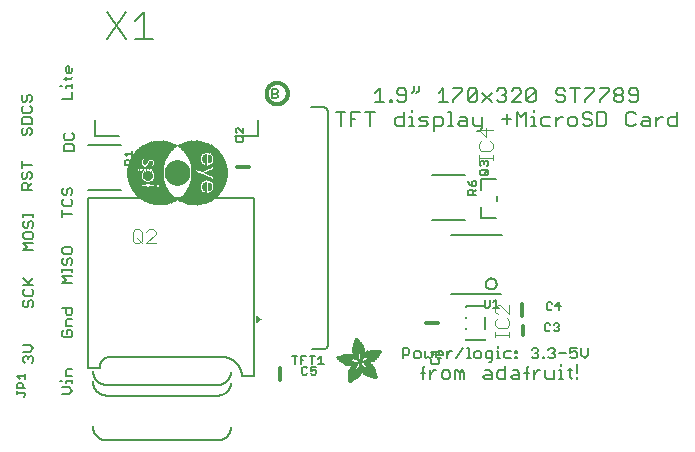
<source format=gbr>
G04 EAGLE Gerber RS-274X export*
G75*
%MOMM*%
%FSLAX34Y34*%
%LPD*%
%INSilkscreen Top*%
%IPPOS*%
%AMOC8*
5,1,8,0,0,1.08239X$1,22.5*%
G01*
%ADD10C,0.152400*%
%ADD11C,0.177800*%
%ADD12C,0.127000*%
%ADD13C,0.101600*%
%ADD14C,0.304800*%
%ADD15C,0.203200*%
%ADD16R,0.006300X0.050800*%
%ADD17R,0.006400X0.082600*%
%ADD18R,0.006300X0.120600*%
%ADD19R,0.006400X0.139700*%
%ADD20R,0.006300X0.158800*%
%ADD21R,0.006400X0.177800*%
%ADD22R,0.006300X0.196800*%
%ADD23R,0.006400X0.215900*%
%ADD24R,0.006300X0.228600*%
%ADD25R,0.006400X0.241300*%
%ADD26R,0.006300X0.254000*%
%ADD27R,0.006400X0.266700*%
%ADD28R,0.006300X0.279400*%
%ADD29R,0.006400X0.285700*%
%ADD30R,0.006300X0.298400*%
%ADD31R,0.006400X0.311200*%
%ADD32R,0.006300X0.317500*%
%ADD33R,0.006400X0.330200*%
%ADD34R,0.006300X0.336600*%
%ADD35R,0.006400X0.349200*%
%ADD36R,0.006300X0.361900*%
%ADD37R,0.006400X0.368300*%
%ADD38R,0.006300X0.381000*%
%ADD39R,0.006400X0.387300*%
%ADD40R,0.006300X0.393700*%
%ADD41R,0.006400X0.406400*%
%ADD42R,0.006300X0.412700*%
%ADD43R,0.006400X0.419100*%
%ADD44R,0.006300X0.431800*%
%ADD45R,0.006400X0.438100*%
%ADD46R,0.006300X0.450800*%
%ADD47R,0.006400X0.457200*%
%ADD48R,0.006300X0.463500*%
%ADD49R,0.006400X0.476200*%
%ADD50R,0.006300X0.482600*%
%ADD51R,0.006400X0.488900*%
%ADD52R,0.006300X0.501600*%
%ADD53R,0.006400X0.508000*%
%ADD54R,0.006300X0.514300*%
%ADD55R,0.006400X0.527000*%
%ADD56R,0.006300X0.533400*%
%ADD57R,0.006400X0.546100*%
%ADD58R,0.006300X0.552400*%
%ADD59R,0.006400X0.558800*%
%ADD60R,0.006300X0.571500*%
%ADD61R,0.006400X0.577800*%
%ADD62R,0.006300X0.584200*%
%ADD63R,0.006400X0.596900*%
%ADD64R,0.006300X0.603200*%
%ADD65R,0.006400X0.609600*%
%ADD66R,0.006300X0.622300*%
%ADD67R,0.006400X0.628600*%
%ADD68R,0.006300X0.641300*%
%ADD69R,0.006400X0.647700*%
%ADD70R,0.006300X0.063500*%
%ADD71R,0.006300X0.654000*%
%ADD72R,0.006400X0.101600*%
%ADD73R,0.006400X0.666700*%
%ADD74R,0.006300X0.139700*%
%ADD75R,0.006300X0.673100*%
%ADD76R,0.006400X0.165100*%
%ADD77R,0.006400X0.679400*%
%ADD78R,0.006300X0.196900*%
%ADD79R,0.006300X0.692100*%
%ADD80R,0.006400X0.222200*%
%ADD81R,0.006400X0.698500*%
%ADD82R,0.006300X0.247700*%
%ADD83R,0.006300X0.704800*%
%ADD84R,0.006400X0.279400*%
%ADD85R,0.006400X0.717500*%
%ADD86R,0.006300X0.298500*%
%ADD87R,0.006300X0.723900*%
%ADD88R,0.006400X0.736600*%
%ADD89R,0.006300X0.342900*%
%ADD90R,0.006300X0.742900*%
%ADD91R,0.006400X0.374700*%
%ADD92R,0.006400X0.749300*%
%ADD93R,0.006300X0.762000*%
%ADD94R,0.006400X0.412700*%
%ADD95R,0.006400X0.768300*%
%ADD96R,0.006300X0.438100*%
%ADD97R,0.006300X0.774700*%
%ADD98R,0.006400X0.463600*%
%ADD99R,0.006400X0.787400*%
%ADD100R,0.006300X0.793700*%
%ADD101R,0.006400X0.495300*%
%ADD102R,0.006400X0.800100*%
%ADD103R,0.006300X0.520700*%
%ADD104R,0.006300X0.812800*%
%ADD105R,0.006400X0.533400*%
%ADD106R,0.006400X0.819100*%
%ADD107R,0.006300X0.558800*%
%ADD108R,0.006300X0.825500*%
%ADD109R,0.006400X0.577900*%
%ADD110R,0.006400X0.831800*%
%ADD111R,0.006300X0.596900*%
%ADD112R,0.006300X0.844500*%
%ADD113R,0.006400X0.616000*%
%ADD114R,0.006400X0.850900*%
%ADD115R,0.006300X0.635000*%
%ADD116R,0.006300X0.857200*%
%ADD117R,0.006400X0.654100*%
%ADD118R,0.006400X0.863600*%
%ADD119R,0.006300X0.666700*%
%ADD120R,0.006300X0.869900*%
%ADD121R,0.006400X0.685800*%
%ADD122R,0.006400X0.876300*%
%ADD123R,0.006300X0.882600*%
%ADD124R,0.006400X0.723900*%
%ADD125R,0.006400X0.889000*%
%ADD126R,0.006300X0.895300*%
%ADD127R,0.006400X0.755700*%
%ADD128R,0.006400X0.901700*%
%ADD129R,0.006300X0.908000*%
%ADD130R,0.006400X0.793800*%
%ADD131R,0.006400X0.914400*%
%ADD132R,0.006300X0.806400*%
%ADD133R,0.006300X0.920700*%
%ADD134R,0.006400X0.825500*%
%ADD135R,0.006400X0.927100*%
%ADD136R,0.006300X0.933400*%
%ADD137R,0.006400X0.857300*%
%ADD138R,0.006400X0.939800*%
%ADD139R,0.006300X0.870000*%
%ADD140R,0.006300X0.939800*%
%ADD141R,0.006400X0.946100*%
%ADD142R,0.006300X0.952500*%
%ADD143R,0.006400X0.908000*%
%ADD144R,0.006400X0.958800*%
%ADD145R,0.006300X0.965200*%
%ADD146R,0.006400X0.965200*%
%ADD147R,0.006300X0.971500*%
%ADD148R,0.006400X0.952500*%
%ADD149R,0.006400X0.977900*%
%ADD150R,0.006300X0.958800*%
%ADD151R,0.006300X0.984200*%
%ADD152R,0.006400X0.971500*%
%ADD153R,0.006400X0.984200*%
%ADD154R,0.006300X0.990600*%
%ADD155R,0.006400X0.984300*%
%ADD156R,0.006400X0.996900*%
%ADD157R,0.006300X0.997000*%
%ADD158R,0.006300X0.996900*%
%ADD159R,0.006400X1.003300*%
%ADD160R,0.006300X1.016000*%
%ADD161R,0.006300X1.009600*%
%ADD162R,0.006400X1.016000*%
%ADD163R,0.006400X1.009600*%
%ADD164R,0.006300X1.022300*%
%ADD165R,0.006400X1.028700*%
%ADD166R,0.006300X1.035100*%
%ADD167R,0.006400X1.047800*%
%ADD168R,0.006300X1.054100*%
%ADD169R,0.006300X1.028700*%
%ADD170R,0.006400X1.054100*%
%ADD171R,0.006400X1.035000*%
%ADD172R,0.006300X1.060400*%
%ADD173R,0.006300X1.035000*%
%ADD174R,0.006400X1.060500*%
%ADD175R,0.006400X1.041400*%
%ADD176R,0.006300X1.066800*%
%ADD177R,0.006300X1.041400*%
%ADD178R,0.006400X1.079500*%
%ADD179R,0.006400X1.047700*%
%ADD180R,0.006300X1.085900*%
%ADD181R,0.006300X1.047700*%
%ADD182R,0.006400X1.085800*%
%ADD183R,0.006300X1.092200*%
%ADD184R,0.006400X1.085900*%
%ADD185R,0.006300X1.098600*%
%ADD186R,0.006400X1.098600*%
%ADD187R,0.006400X1.060400*%
%ADD188R,0.006300X1.104900*%
%ADD189R,0.006400X1.104900*%
%ADD190R,0.006400X1.066800*%
%ADD191R,0.006300X1.111200*%
%ADD192R,0.006400X1.117600*%
%ADD193R,0.006300X1.117600*%
%ADD194R,0.006300X1.073100*%
%ADD195R,0.006400X1.073100*%
%ADD196R,0.006300X1.124000*%
%ADD197R,0.006300X1.079500*%
%ADD198R,0.006400X1.123900*%
%ADD199R,0.006300X1.130300*%
%ADD200R,0.006400X1.130300*%
%ADD201R,0.006400X1.136700*%
%ADD202R,0.006300X1.136700*%
%ADD203R,0.006300X1.085800*%
%ADD204R,0.006400X1.136600*%
%ADD205R,0.006300X1.136600*%
%ADD206R,0.006400X1.143000*%
%ADD207R,0.006300X1.143000*%
%ADD208R,0.006300X1.149400*%
%ADD209R,0.006300X1.149300*%
%ADD210R,0.006400X1.149300*%
%ADD211R,0.006400X1.149400*%
%ADD212R,0.006400X1.155700*%
%ADD213R,0.006300X1.155700*%
%ADD214R,0.006300X1.060500*%
%ADD215R,0.006400X2.197100*%
%ADD216R,0.006300X2.197100*%
%ADD217R,0.006300X2.184400*%
%ADD218R,0.006400X2.184400*%
%ADD219R,0.006400X2.171700*%
%ADD220R,0.006300X2.171700*%
%ADD221R,0.006400X1.530300*%
%ADD222R,0.006300X1.505000*%
%ADD223R,0.006400X1.492300*%
%ADD224R,0.006300X1.485900*%
%ADD225R,0.006300X0.565200*%
%ADD226R,0.006400X1.473200*%
%ADD227R,0.006400X0.565200*%
%ADD228R,0.006300X1.460500*%
%ADD229R,0.006400X1.454100*%
%ADD230R,0.006400X0.552400*%
%ADD231R,0.006300X1.441500*%
%ADD232R,0.006300X0.546100*%
%ADD233R,0.006400X1.435100*%
%ADD234R,0.006400X0.539800*%
%ADD235R,0.006300X1.428800*%
%ADD236R,0.006400X1.422400*%
%ADD237R,0.006300X1.409700*%
%ADD238R,0.006300X0.527100*%
%ADD239R,0.006400X1.403300*%
%ADD240R,0.006400X0.527100*%
%ADD241R,0.006300X1.390700*%
%ADD242R,0.006400X1.384300*%
%ADD243R,0.006400X0.520700*%
%ADD244R,0.006300X1.384300*%
%ADD245R,0.006300X0.514400*%
%ADD246R,0.006400X1.371600*%
%ADD247R,0.006300X1.365200*%
%ADD248R,0.006300X0.508000*%
%ADD249R,0.006400X1.352600*%
%ADD250R,0.006400X0.501700*%
%ADD251R,0.006300X0.711200*%
%ADD252R,0.006300X0.603300*%
%ADD253R,0.006300X0.501700*%
%ADD254R,0.006400X0.692100*%
%ADD255R,0.006400X0.571500*%
%ADD256R,0.006300X0.679400*%
%ADD257R,0.006300X0.495300*%
%ADD258R,0.006400X0.673100*%
%ADD259R,0.006300X0.666800*%
%ADD260R,0.006300X0.488900*%
%ADD261R,0.006400X0.660400*%
%ADD262R,0.006400X0.482600*%
%ADD263R,0.006300X0.476200*%
%ADD264R,0.006400X0.654000*%
%ADD265R,0.006400X0.469900*%
%ADD266R,0.006400X0.476300*%
%ADD267R,0.006300X0.647700*%
%ADD268R,0.006300X0.457200*%
%ADD269R,0.006300X0.469900*%
%ADD270R,0.006400X0.641300*%
%ADD271R,0.006400X0.444500*%
%ADD272R,0.006300X0.463600*%
%ADD273R,0.006400X0.635000*%
%ADD274R,0.006400X0.463500*%
%ADD275R,0.006400X0.393700*%
%ADD276R,0.006400X0.450800*%
%ADD277R,0.006300X0.628600*%
%ADD278R,0.006300X0.387400*%
%ADD279R,0.006300X0.450900*%
%ADD280R,0.006400X0.628700*%
%ADD281R,0.006400X0.374600*%
%ADD282R,0.006300X0.368300*%
%ADD283R,0.006300X0.438200*%
%ADD284R,0.006400X0.622300*%
%ADD285R,0.006400X0.355600*%
%ADD286R,0.006400X0.431800*%
%ADD287R,0.006300X0.349300*%
%ADD288R,0.006300X0.425400*%
%ADD289R,0.006300X0.615900*%
%ADD290R,0.006300X0.330200*%
%ADD291R,0.006300X0.419100*%
%ADD292R,0.006300X0.616000*%
%ADD293R,0.006300X0.311200*%
%ADD294R,0.006300X0.406400*%
%ADD295R,0.006400X0.615900*%
%ADD296R,0.006400X0.304800*%
%ADD297R,0.006400X0.158800*%
%ADD298R,0.006300X0.609600*%
%ADD299R,0.006300X0.292100*%
%ADD300R,0.006300X0.235000*%
%ADD301R,0.006400X0.387400*%
%ADD302R,0.006400X0.292100*%
%ADD303R,0.006300X0.336500*%
%ADD304R,0.006300X0.260400*%
%ADD305R,0.006400X0.603300*%
%ADD306R,0.006400X0.260400*%
%ADD307R,0.006400X0.362000*%
%ADD308R,0.006400X0.450900*%
%ADD309R,0.006300X0.355600*%
%ADD310R,0.006400X0.342900*%
%ADD311R,0.006400X0.514300*%
%ADD312R,0.006300X0.234900*%
%ADD313R,0.006300X0.539700*%
%ADD314R,0.006400X0.603200*%
%ADD315R,0.006400X0.234900*%
%ADD316R,0.006400X0.920700*%
%ADD317R,0.006400X0.958900*%
%ADD318R,0.006300X0.215900*%
%ADD319R,0.006400X0.209600*%
%ADD320R,0.006300X0.203200*%
%ADD321R,0.006300X1.003300*%
%ADD322R,0.006400X0.203200*%
%ADD323R,0.006400X0.196900*%
%ADD324R,0.006300X0.190500*%
%ADD325R,0.006400X0.190500*%
%ADD326R,0.006300X0.184200*%
%ADD327R,0.006400X0.590500*%
%ADD328R,0.006400X0.184200*%
%ADD329R,0.006300X0.590500*%
%ADD330R,0.006300X0.177800*%
%ADD331R,0.006400X0.584200*%
%ADD332R,0.006400X1.168400*%
%ADD333R,0.006300X0.171500*%
%ADD334R,0.006300X1.187500*%
%ADD335R,0.006400X1.200100*%
%ADD336R,0.006300X0.577800*%
%ADD337R,0.006300X1.212900*%
%ADD338R,0.006400X1.231900*%
%ADD339R,0.006300X1.250900*%
%ADD340R,0.006400X0.565100*%
%ADD341R,0.006400X0.184100*%
%ADD342R,0.006400X1.263700*%
%ADD343R,0.006300X0.565100*%
%ADD344R,0.006300X1.289100*%
%ADD345R,0.006400X1.314400*%
%ADD346R,0.006300X0.552500*%
%ADD347R,0.006300X1.568500*%
%ADD348R,0.006400X0.552500*%
%ADD349R,0.006400X1.581200*%
%ADD350R,0.006300X1.593800*%
%ADD351R,0.006400X1.606500*%
%ADD352R,0.006300X1.619300*%
%ADD353R,0.006400X0.514400*%
%ADD354R,0.006400X1.638300*%
%ADD355R,0.006300X1.657300*%
%ADD356R,0.006400X2.209800*%
%ADD357R,0.006300X2.425700*%
%ADD358R,0.006400X2.470100*%
%ADD359R,0.006300X2.501900*%
%ADD360R,0.006400X2.533700*%
%ADD361R,0.006300X2.559000*%
%ADD362R,0.006400X2.584500*%
%ADD363R,0.006300X2.609900*%
%ADD364R,0.006400X2.628900*%
%ADD365R,0.006300X2.660600*%
%ADD366R,0.006400X2.673400*%
%ADD367R,0.006300X1.422400*%
%ADD368R,0.006300X1.200200*%
%ADD369R,0.006300X1.365300*%
%ADD370R,0.006400X1.365300*%
%ADD371R,0.006300X1.352500*%
%ADD372R,0.006300X1.098500*%
%ADD373R,0.006400X1.358900*%
%ADD374R,0.006300X1.352600*%
%ADD375R,0.006300X1.358900*%
%ADD376R,0.006300X1.371600*%
%ADD377R,0.006400X1.377900*%
%ADD378R,0.006400X1.397000*%
%ADD379R,0.006300X1.403300*%
%ADD380R,0.006300X0.914400*%
%ADD381R,0.006300X0.876300*%
%ADD382R,0.006300X0.374600*%
%ADD383R,0.006400X1.073200*%
%ADD384R,0.006300X0.374700*%
%ADD385R,0.006400X0.844600*%
%ADD386R,0.006300X0.844600*%
%ADD387R,0.006400X0.831900*%
%ADD388R,0.006400X1.092200*%
%ADD389R,0.006300X0.400000*%
%ADD390R,0.006400X0.819200*%
%ADD391R,0.006400X1.111300*%
%ADD392R,0.006400X0.812800*%
%ADD393R,0.006300X0.800100*%
%ADD394R,0.006300X0.476300*%
%ADD395R,0.006300X1.181100*%
%ADD396R,0.006400X0.501600*%
%ADD397R,0.006400X1.193800*%
%ADD398R,0.006400X0.781000*%
%ADD399R,0.006400X1.238200*%
%ADD400R,0.006300X0.781100*%
%ADD401R,0.006300X1.257300*%
%ADD402R,0.006400X1.295400*%
%ADD403R,0.006300X1.333500*%
%ADD404R,0.006400X0.774700*%
%ADD405R,0.006400X1.866900*%
%ADD406R,0.006300X0.209600*%
%ADD407R,0.006300X1.866900*%
%ADD408R,0.006400X0.768400*%
%ADD409R,0.006400X0.209500*%
%ADD410R,0.006400X1.860600*%
%ADD411R,0.006400X0.762000*%
%ADD412R,0.006300X0.768400*%
%ADD413R,0.006300X1.860600*%
%ADD414R,0.006400X1.860500*%
%ADD415R,0.006300X0.222300*%
%ADD416R,0.006300X1.854200*%
%ADD417R,0.006400X0.235000*%
%ADD418R,0.006400X1.854200*%
%ADD419R,0.006300X0.768300*%
%ADD420R,0.006400X0.260300*%
%ADD421R,0.006400X1.847800*%
%ADD422R,0.006300X0.266700*%
%ADD423R,0.006300X1.847800*%
%ADD424R,0.006400X0.273100*%
%ADD425R,0.006400X1.841500*%
%ADD426R,0.006300X0.285800*%
%ADD427R,0.006300X1.841500*%
%ADD428R,0.006400X0.298500*%
%ADD429R,0.006400X1.835100*%
%ADD430R,0.006300X0.781000*%
%ADD431R,0.006300X0.304800*%
%ADD432R,0.006300X1.835100*%
%ADD433R,0.006400X0.317500*%
%ADD434R,0.006400X1.828800*%
%ADD435R,0.006300X0.787400*%
%ADD436R,0.006300X0.323800*%
%ADD437R,0.006300X1.828800*%
%ADD438R,0.006400X0.793700*%
%ADD439R,0.006400X1.822400*%
%ADD440R,0.006300X0.806500*%
%ADD441R,0.006300X1.822400*%
%ADD442R,0.006400X1.816100*%
%ADD443R,0.006300X0.819100*%
%ADD444R,0.006300X0.387300*%
%ADD445R,0.006300X1.816100*%
%ADD446R,0.006400X1.809800*%
%ADD447R,0.006300X1.803400*%
%ADD448R,0.006400X1.797000*%
%ADD449R,0.006300X0.901700*%
%ADD450R,0.006300X1.797000*%
%ADD451R,0.006400X1.441400*%
%ADD452R,0.006400X1.790700*%
%ADD453R,0.006300X1.447800*%
%ADD454R,0.006300X1.784300*%
%ADD455R,0.006400X1.447800*%
%ADD456R,0.006400X1.784300*%
%ADD457R,0.006300X1.454100*%
%ADD458R,0.006300X1.771700*%
%ADD459R,0.006400X1.460500*%
%ADD460R,0.006400X1.759000*%
%ADD461R,0.006300X1.466800*%
%ADD462R,0.006300X1.752600*%
%ADD463R,0.006400X1.466800*%
%ADD464R,0.006400X1.739900*%
%ADD465R,0.006300X1.473200*%
%ADD466R,0.006300X1.727200*%
%ADD467R,0.006400X1.479500*%
%ADD468R,0.006400X1.714500*%
%ADD469R,0.006300X1.695400*%
%ADD470R,0.006400X1.485900*%
%ADD471R,0.006400X1.682700*%
%ADD472R,0.006300X1.492200*%
%ADD473R,0.006300X1.663700*%
%ADD474R,0.006400X1.498600*%
%ADD475R,0.006400X1.644600*%
%ADD476R,0.006300X1.498600*%
%ADD477R,0.006300X1.619200*%
%ADD478R,0.006400X1.511300*%
%ADD479R,0.006400X1.600200*%
%ADD480R,0.006300X1.517700*%
%ADD481R,0.006300X1.574800*%
%ADD482R,0.006400X1.524000*%
%ADD483R,0.006400X1.555800*%
%ADD484R,0.006300X1.524000*%
%ADD485R,0.006300X1.536700*%
%ADD486R,0.006400X1.530400*%
%ADD487R,0.006400X1.517700*%
%ADD488R,0.006300X1.492300*%
%ADD489R,0.006400X1.549400*%
%ADD490R,0.006400X1.479600*%
%ADD491R,0.006300X1.549400*%
%ADD492R,0.006400X1.555700*%
%ADD493R,0.006300X1.562100*%
%ADD494R,0.006300X0.323900*%
%ADD495R,0.006400X1.568400*%
%ADD496R,0.006400X0.336600*%
%ADD497R,0.006300X1.587500*%
%ADD498R,0.006300X0.971600*%
%ADD499R,0.006400X0.349300*%
%ADD500R,0.006300X1.600200*%
%ADD501R,0.006300X0.920800*%
%ADD502R,0.006400X0.882700*%
%ADD503R,0.006300X1.612900*%
%ADD504R,0.006300X0.362000*%
%ADD505R,0.006400X1.625600*%
%ADD506R,0.006300X1.625600*%
%ADD507R,0.006300X1.644600*%
%ADD508R,0.006300X0.736600*%
%ADD509R,0.006400X0.717600*%
%ADD510R,0.006300X1.657400*%
%ADD511R,0.006300X0.679500*%
%ADD512R,0.006400X1.663700*%
%ADD513R,0.006400X0.400000*%
%ADD514R,0.006300X1.676400*%
%ADD515R,0.006400X1.676400*%
%ADD516R,0.006400X0.425500*%
%ADD517R,0.006400X1.352500*%
%ADD518R,0.006300X0.444500*%
%ADD519R,0.006400X0.361900*%
%ADD520R,0.006300X0.088900*%
%ADD521R,0.006300X1.009700*%
%ADD522R,0.006400X1.009700*%
%ADD523R,0.006400X1.022300*%
%ADD524R,0.006400X1.346200*%
%ADD525R,0.006300X1.346200*%
%ADD526R,0.006400X1.339900*%
%ADD527R,0.006400X1.035100*%
%ADD528R,0.006300X1.339800*%
%ADD529R,0.006400X1.333500*%
%ADD530R,0.006400X1.327200*%
%ADD531R,0.006300X1.320800*%
%ADD532R,0.006400X1.314500*%
%ADD533R,0.006300X1.314400*%
%ADD534R,0.006400X1.301700*%
%ADD535R,0.006300X1.295400*%
%ADD536R,0.006400X1.289000*%
%ADD537R,0.006300X1.276300*%
%ADD538R,0.006300X1.251000*%
%ADD539R,0.006400X1.244600*%
%ADD540R,0.006300X1.231900*%
%ADD541R,0.006400X1.212800*%
%ADD542R,0.006300X1.200100*%
%ADD543R,0.006400X1.187400*%
%ADD544R,0.006300X1.168400*%
%ADD545R,0.006300X1.047800*%
%ADD546R,0.006300X0.977900*%
%ADD547R,0.006400X0.946200*%
%ADD548R,0.006400X0.933400*%
%ADD549R,0.006400X0.895300*%
%ADD550R,0.006300X0.882700*%
%ADD551R,0.006300X0.863600*%
%ADD552R,0.006400X0.857200*%
%ADD553R,0.006300X0.850900*%
%ADD554R,0.006300X0.838200*%
%ADD555R,0.006400X0.806500*%
%ADD556R,0.006300X0.717600*%
%ADD557R,0.006400X0.711200*%
%ADD558R,0.006400X0.641400*%
%ADD559R,0.006300X0.641400*%
%ADD560R,0.006300X0.628700*%
%ADD561R,0.006300X0.590600*%
%ADD562R,0.006400X0.539700*%
%ADD563R,0.006300X0.285700*%
%ADD564R,0.006300X0.222200*%
%ADD565R,0.006300X0.171400*%
%ADD566R,0.006400X0.152400*%
%ADD567R,0.006300X0.133400*%
%ADD568R,0.033781X0.271781*%
%ADD569R,0.034037X0.914400*%
%ADD570R,0.033781X1.252219*%
%ADD571R,0.033781X1.524000*%
%ADD572R,0.034037X1.727200*%
%ADD573R,0.033781X1.930400*%
%ADD574R,0.033781X2.065019*%
%ADD575R,0.034037X2.235200*%
%ADD576R,0.033781X2.405381*%
%ADD577R,0.033781X2.540000*%
%ADD578R,0.034037X2.641600*%
%ADD579R,0.033781X2.743200*%
%ADD580R,0.033781X2.877819*%
%ADD581R,0.034037X2.979419*%
%ADD582R,0.033781X3.081019*%
%ADD583R,0.033781X3.182619*%
%ADD584R,0.034037X3.284219*%
%ADD585R,0.033781X3.352800*%
%ADD586R,0.033781X3.454400*%
%ADD587R,0.034037X3.522981*%
%ADD588R,0.033781X3.624581*%
%ADD589R,0.033781X3.690619*%
%ADD590R,0.034037X3.759200*%
%ADD591R,0.033781X3.827781*%
%ADD592R,0.033781X1.658619*%
%ADD593R,0.033781X2.166619*%
%ADD594R,0.034037X1.661163*%
%ADD595R,0.034037X2.166619*%
%ADD596R,0.033781X1.694181*%
%ADD597R,0.033781X2.202181*%
%ADD598R,0.033781X1.727200*%
%ADD599R,0.033781X2.235200*%
%ADD600R,0.034037X1.762763*%
%ADD601R,0.034037X2.268219*%
%ADD602R,0.033781X1.795781*%
%ADD603R,0.033781X2.268219*%
%ADD604R,0.033781X2.303781*%
%ADD605R,0.034037X1.828800*%
%ADD606R,0.034037X2.336800*%
%ADD607R,0.033781X1.864363*%
%ADD608R,0.033781X2.369819*%
%ADD609R,0.033781X1.897381*%
%ADD610R,0.034037X1.897381*%
%ADD611R,0.034037X2.405381*%
%ADD612R,0.033781X0.474981*%
%ADD613R,0.033781X0.304800*%
%ADD614R,0.033781X1.219200*%
%ADD615R,0.033781X0.373381*%
%ADD616R,0.033781X0.203200*%
%ADD617R,0.033781X0.543563*%
%ADD618R,0.033781X1.150619*%
%ADD619R,0.034037X1.153163*%
%ADD620R,0.034037X0.340363*%
%ADD621R,0.034037X0.134619*%
%ADD622R,0.034037X0.474981*%
%ADD623R,0.034037X1.150619*%
%ADD624R,0.033781X0.101600*%
%ADD625R,0.033781X0.441963*%
%ADD626R,0.033781X1.186181*%
%ADD627R,0.033781X0.068581*%
%ADD628R,0.033781X0.406400*%
%ADD629R,0.034037X1.183638*%
%ADD630R,0.034037X0.269238*%
%ADD631R,0.034037X0.271781*%
%ADD632R,0.034037X0.406400*%
%ADD633R,0.034037X0.373381*%
%ADD634R,0.034037X1.219200*%
%ADD635R,0.033781X1.254763*%
%ADD636R,0.033781X0.340363*%
%ADD637R,0.033781X0.472438*%
%ADD638R,0.033781X1.661163*%
%ADD639R,0.033781X0.238763*%
%ADD640R,0.033781X0.576581*%
%ADD641R,0.034037X0.238763*%
%ADD642R,0.034037X0.642619*%
%ADD643R,0.034037X0.304800*%
%ADD644R,0.034037X1.287781*%
%ADD645R,0.033781X0.675638*%
%ADD646R,0.033781X1.287781*%
%ADD647R,0.033781X1.760219*%
%ADD648R,0.033781X0.746762*%
%ADD649R,0.033781X1.320800*%
%ADD650R,0.034037X0.746762*%
%ADD651R,0.034037X1.320800*%
%ADD652R,0.033781X0.779781*%
%ADD653R,0.033781X1.353819*%
%ADD654R,0.033781X0.812800*%
%ADD655R,0.034037X1.658619*%
%ADD656R,0.034037X0.812800*%
%ADD657R,0.034037X1.389381*%
%ADD658R,0.033781X1.625600*%
%ADD659R,0.033781X1.389381*%
%ADD660R,0.033781X1.590037*%
%ADD661R,0.034037X1.524000*%
%ADD662R,0.034037X1.422400*%
%ADD663R,0.033781X1.488438*%
%ADD664R,0.033781X1.422400*%
%ADD665R,0.033781X1.490981*%
%ADD666R,0.034037X1.457963*%
%ADD667R,0.034037X0.609600*%
%ADD668R,0.034037X1.455419*%
%ADD669R,0.033781X1.457963*%
%ADD670R,0.033781X0.645163*%
%ADD671R,0.033781X1.455419*%
%ADD672R,0.033781X0.678181*%
%ADD673R,0.034037X1.490981*%
%ADD674R,0.034037X0.678181*%
%ADD675R,0.034037X0.675638*%
%ADD676R,0.033781X0.711200*%
%ADD677R,0.033781X0.642619*%
%ADD678R,0.034037X0.472438*%
%ADD679R,0.033781X0.134619*%
%ADD680R,0.033781X0.033019*%
%ADD681R,0.034037X1.592581*%
%ADD682R,0.034037X0.068581*%
%ADD683R,0.034037X0.441963*%
%ADD684R,0.033781X0.170181*%
%ADD685R,0.033781X1.557019*%
%ADD686R,0.034037X2.301238*%
%ADD687R,0.033781X5.384800*%
%ADD688R,0.034037X5.417819*%
%ADD689R,0.033781X5.417819*%
%ADD690R,0.033781X3.726181*%
%ADD691R,0.033781X1.559563*%
%ADD692R,0.034037X3.690619*%
%ADD693R,0.034037X3.726181*%
%ADD694R,0.033781X5.453381*%
%ADD695R,0.034037X5.453381*%
%ADD696R,0.034037X2.100581*%
%ADD697R,0.034037X2.098038*%
%ADD698R,0.033781X1.965963*%
%ADD699R,0.033781X1.963419*%
%ADD700R,0.033781X1.828800*%
%ADD701R,0.033781X1.861819*%
%ADD702R,0.034037X1.760219*%
%ADD703R,0.033781X1.592581*%
%ADD704R,0.034037X0.982981*%
%ADD705R,0.033781X1.386838*%
%ADD706R,0.033781X1.084581*%
%ADD707R,0.034037X1.285238*%
%ADD708R,0.033781X1.153163*%
%ADD709R,0.034037X1.084581*%
%ADD710R,0.033781X1.049019*%
%ADD711R,0.033781X1.016000*%
%ADD712R,0.033781X0.949963*%
%ADD713R,0.033781X0.980438*%
%ADD714R,0.034037X1.694181*%
%ADD715R,0.033781X0.881381*%
%ADD716R,0.033781X0.845819*%
%ADD717R,0.033781X0.777238*%
%ADD718R,0.034037X0.744219*%
%ADD719R,0.034037X0.779781*%
%ADD720R,0.034037X1.930400*%
%ADD721R,0.033781X0.541019*%
%ADD722R,0.033781X0.508000*%
%ADD723R,0.033781X1.998981*%
%ADD724R,0.034037X0.439419*%
%ADD725R,0.034037X1.998981*%
%ADD726R,0.033781X2.032000*%
%ADD727R,0.033781X0.337819*%
%ADD728R,0.034037X2.065019*%
%ADD729R,0.033781X0.269238*%
%ADD730R,0.033781X2.100581*%
%ADD731R,0.033781X0.236219*%
%ADD732R,0.034037X0.167637*%
%ADD733R,0.034037X2.133600*%
%ADD734R,0.034037X0.170181*%
%ADD735R,0.033781X2.133600*%
%ADD736R,0.033781X0.137162*%
%ADD737R,0.034037X0.035563*%
%ADD738R,0.034037X0.033019*%
%ADD739R,0.033781X0.035563*%
%ADD740R,0.034037X0.101600*%
%ADD741R,0.033781X0.167637*%
%ADD742R,0.034037X0.236219*%
%ADD743R,0.034037X0.337819*%
%ADD744R,0.033781X0.439419*%
%ADD745R,0.034037X0.508000*%
%ADD746R,0.033781X0.609600*%
%ADD747R,0.033781X0.574037*%
%ADD748R,0.034037X0.645163*%
%ADD749R,0.033781X0.744219*%
%ADD750R,0.034037X0.777238*%
%ADD751R,0.034037X1.795781*%
%ADD752R,0.033781X0.914400*%
%ADD753R,0.034037X0.949963*%
%ADD754R,0.034037X0.947419*%
%ADD755R,0.034037X1.117600*%
%ADD756R,0.033781X1.285238*%
%ADD757R,0.034037X1.186181*%
%ADD758R,0.034037X1.353819*%
%ADD759R,0.033781X1.117600*%
%ADD760R,0.033781X0.982981*%
%ADD761R,0.034037X1.559563*%
%ADD762R,0.034037X0.845819*%
%ADD763R,0.034037X1.557019*%
%ADD764R,0.033781X2.067563*%
%ADD765R,0.033781X2.098038*%
%ADD766R,0.034037X2.303781*%
%ADD767R,0.033781X2.674619*%
%ADD768R,0.033781X2.641600*%
%ADD769R,0.034037X2.471419*%
%ADD770R,0.034037X2.844800*%
%ADD771R,0.033781X2.471419*%
%ADD772R,0.033781X2.844800*%
%ADD773R,0.033781X2.811781*%
%ADD774R,0.034037X2.506981*%
%ADD775R,0.034037X2.811781*%
%ADD776R,0.033781X2.506981*%
%ADD777R,0.033781X2.778763*%
%ADD778R,0.034037X2.540000*%
%ADD779R,0.034037X2.707638*%
%ADD780R,0.033781X2.707638*%
%ADD781R,0.033781X2.573019*%
%ADD782R,0.034037X2.674619*%
%ADD783R,0.033781X2.575563*%
%ADD784R,0.033781X1.356363*%
%ADD785R,0.034037X1.254763*%
%ADD786R,0.034037X0.881381*%
%ADD787R,0.034037X1.252219*%
%ADD788R,0.034037X1.082037*%
%ADD789R,0.034037X0.711200*%
%ADD790R,0.034037X1.016000*%
%ADD791R,0.034037X0.576581*%
%ADD792R,0.034037X0.541019*%
%ADD793R,0.034037X0.543563*%
%ADD794R,0.034037X0.574037*%
%ADD795R,0.033781X0.947419*%
%ADD796R,0.034037X0.066037*%
%ADD797R,0.033781X1.793238*%
%ADD798R,0.034037X1.356363*%
%ADD799R,0.034037X1.793238*%
%ADD800R,0.033781X0.370838*%
%ADD801R,0.034037X0.203200*%
%ADD802R,0.034037X0.878838*%
%ADD803R,0.033781X4.470400*%
%ADD804R,0.034037X4.437381*%
%ADD805R,0.033781X4.368800*%
%ADD806R,0.033781X4.300219*%
%ADD807R,0.034037X4.234181*%
%ADD808R,0.033781X4.198619*%
%ADD809R,0.033781X4.165600*%
%ADD810R,0.034037X4.097019*%
%ADD811R,0.033781X4.030981*%
%ADD812R,0.033781X3.962400*%
%ADD813R,0.034037X3.893819*%
%ADD814R,0.033781X3.759200*%
%ADD815R,0.033781X3.556000*%
%ADD816R,0.034037X3.454400*%
%ADD817R,0.033781X3.284219*%
%ADD818R,0.034037X3.182619*%
%ADD819R,0.033781X3.014981*%
%ADD820R,0.034037X2.877819*%
%ADD821R,0.033781X2.776219*%

G36*
X202085Y55787D02*
X202085Y55787D01*
X202171Y55789D01*
X202195Y55799D01*
X202222Y55802D01*
X202342Y55859D01*
X202378Y55874D01*
X202384Y55879D01*
X202392Y55882D01*
X206202Y58422D01*
X206229Y58449D01*
X206260Y58467D01*
X206283Y58496D01*
X206320Y58524D01*
X206338Y58554D01*
X206364Y58578D01*
X206384Y58619D01*
X206401Y58641D01*
X206410Y58669D01*
X206439Y58714D01*
X206446Y58749D01*
X206461Y58780D01*
X206466Y58833D01*
X206473Y58853D01*
X206472Y58876D01*
X206484Y58934D01*
X206479Y58969D01*
X206482Y59003D01*
X206467Y59061D01*
X206466Y59078D01*
X206459Y59094D01*
X206450Y59156D01*
X206433Y59186D01*
X206424Y59220D01*
X206388Y59271D01*
X206382Y59285D01*
X206371Y59297D01*
X206341Y59352D01*
X206311Y59378D01*
X206294Y59403D01*
X206255Y59429D01*
X206202Y59478D01*
X202392Y62018D01*
X202367Y62028D01*
X202346Y62045D01*
X202276Y62069D01*
X202234Y62091D01*
X202219Y62093D01*
X202186Y62107D01*
X202159Y62109D01*
X202134Y62117D01*
X202068Y62115D01*
X202049Y62118D01*
X202040Y62118D01*
X202027Y62116D01*
X201962Y62119D01*
X201936Y62111D01*
X201909Y62111D01*
X201839Y62082D01*
X201819Y62079D01*
X201807Y62071D01*
X201748Y62053D01*
X201726Y62036D01*
X201702Y62026D01*
X201648Y61978D01*
X201626Y61964D01*
X201614Y61950D01*
X201570Y61916D01*
X201556Y61893D01*
X201536Y61875D01*
X201506Y61817D01*
X201485Y61790D01*
X201476Y61766D01*
X201451Y61726D01*
X201446Y61699D01*
X201433Y61675D01*
X201424Y61610D01*
X201413Y61578D01*
X201414Y61544D01*
X201406Y61506D01*
X201407Y61499D01*
X201406Y61490D01*
X201406Y56410D01*
X201411Y56384D01*
X201408Y56357D01*
X201430Y56274D01*
X201445Y56189D01*
X201459Y56166D01*
X201466Y56140D01*
X201516Y56070D01*
X201560Y55996D01*
X201580Y55979D01*
X201596Y55957D01*
X201667Y55909D01*
X201734Y55855D01*
X201759Y55846D01*
X201781Y55831D01*
X201865Y55810D01*
X201946Y55783D01*
X201973Y55784D01*
X201999Y55777D01*
X202085Y55787D01*
G37*
D10*
X37585Y-4318D02*
X43347Y-4318D01*
X46228Y-1437D01*
X43347Y1444D01*
X37585Y1444D01*
X40466Y5037D02*
X40466Y6478D01*
X46228Y6478D01*
X46228Y7918D02*
X46228Y5037D01*
X37585Y6478D02*
X36144Y6478D01*
X40466Y11274D02*
X46228Y11274D01*
X40466Y11274D02*
X40466Y15596D01*
X41906Y17036D01*
X46228Y17036D01*
X11938Y168402D02*
X3295Y168402D01*
X3295Y172724D01*
X4735Y174164D01*
X7616Y174164D01*
X9057Y172724D01*
X9057Y168402D01*
X9057Y171283D02*
X11938Y174164D01*
X3295Y182079D02*
X4735Y183519D01*
X3295Y182079D02*
X3295Y179198D01*
X4735Y177757D01*
X6176Y177757D01*
X7616Y179198D01*
X7616Y182079D01*
X9057Y183519D01*
X10497Y183519D01*
X11938Y182079D01*
X11938Y179198D01*
X10497Y177757D01*
X11938Y189994D02*
X3295Y189994D01*
X3295Y192875D02*
X3295Y187112D01*
X38855Y201422D02*
X47498Y201422D01*
X47498Y205744D01*
X46057Y207184D01*
X40295Y207184D01*
X38855Y205744D01*
X38855Y201422D01*
X38855Y215099D02*
X40295Y216539D01*
X38855Y215099D02*
X38855Y212218D01*
X40295Y210777D01*
X46057Y210777D01*
X47498Y212218D01*
X47498Y215099D01*
X46057Y216539D01*
X4735Y221154D02*
X3295Y219714D01*
X3295Y216833D01*
X4735Y215392D01*
X6176Y215392D01*
X7616Y216833D01*
X7616Y219714D01*
X9057Y221154D01*
X10497Y221154D01*
X11938Y219714D01*
X11938Y216833D01*
X10497Y215392D01*
X11938Y224747D02*
X3295Y224747D01*
X11938Y224747D02*
X11938Y229069D01*
X10497Y230509D01*
X4735Y230509D01*
X3295Y229069D01*
X3295Y224747D01*
X3295Y238424D02*
X4735Y239865D01*
X3295Y238424D02*
X3295Y235543D01*
X4735Y234102D01*
X10497Y234102D01*
X11938Y235543D01*
X11938Y238424D01*
X10497Y239865D01*
X3295Y247779D02*
X4735Y249220D01*
X3295Y247779D02*
X3295Y244898D01*
X4735Y243458D01*
X6176Y243458D01*
X7616Y244898D01*
X7616Y247779D01*
X9057Y249220D01*
X10497Y249220D01*
X11938Y247779D01*
X11938Y244898D01*
X10497Y243458D01*
X37585Y148423D02*
X46228Y148423D01*
X37585Y145542D02*
X37585Y151304D01*
X37585Y159219D02*
X39025Y160659D01*
X37585Y159219D02*
X37585Y156338D01*
X39025Y154897D01*
X44787Y154897D01*
X46228Y156338D01*
X46228Y159219D01*
X44787Y160659D01*
X37585Y168574D02*
X39025Y170015D01*
X37585Y168574D02*
X37585Y165693D01*
X39025Y164252D01*
X40466Y164252D01*
X41906Y165693D01*
X41906Y168574D01*
X43347Y170015D01*
X44787Y170015D01*
X46228Y168574D01*
X46228Y165693D01*
X44787Y164252D01*
X13208Y117602D02*
X4565Y117602D01*
X7446Y120483D01*
X4565Y123364D01*
X13208Y123364D01*
X4565Y128398D02*
X4565Y131279D01*
X4565Y128398D02*
X6005Y126957D01*
X11767Y126957D01*
X13208Y128398D01*
X13208Y131279D01*
X11767Y132719D01*
X6005Y132719D01*
X4565Y131279D01*
X4565Y140634D02*
X6005Y142075D01*
X4565Y140634D02*
X4565Y137753D01*
X6005Y136312D01*
X7446Y136312D01*
X8886Y137753D01*
X8886Y140634D01*
X10327Y142075D01*
X11767Y142075D01*
X13208Y140634D01*
X13208Y137753D01*
X11767Y136312D01*
X13208Y145668D02*
X13208Y148549D01*
X13208Y147108D02*
X4565Y147108D01*
X4565Y145668D02*
X4565Y148549D01*
X6005Y75104D02*
X4565Y73664D01*
X4565Y70783D01*
X6005Y69342D01*
X7446Y69342D01*
X8886Y70783D01*
X8886Y73664D01*
X10327Y75104D01*
X11767Y75104D01*
X13208Y73664D01*
X13208Y70783D01*
X11767Y69342D01*
X4565Y83019D02*
X6005Y84459D01*
X4565Y83019D02*
X4565Y80138D01*
X6005Y78697D01*
X11767Y78697D01*
X13208Y80138D01*
X13208Y83019D01*
X11767Y84459D01*
X13208Y88052D02*
X4565Y88052D01*
X10327Y88052D02*
X4565Y93815D01*
X8886Y89493D02*
X13208Y93815D01*
X37585Y89650D02*
X46228Y89650D01*
X40466Y92531D02*
X37585Y89650D01*
X40466Y92531D02*
X37585Y95412D01*
X46228Y95412D01*
X46228Y99005D02*
X46228Y101886D01*
X46228Y100445D02*
X37585Y100445D01*
X37585Y99005D02*
X37585Y101886D01*
X37585Y109563D02*
X39025Y111004D01*
X37585Y109563D02*
X37585Y106682D01*
X39025Y105242D01*
X40466Y105242D01*
X41906Y106682D01*
X41906Y109563D01*
X43347Y111004D01*
X44787Y111004D01*
X46228Y109563D01*
X46228Y106682D01*
X44787Y105242D01*
X37585Y116037D02*
X37585Y118918D01*
X37585Y116037D02*
X39025Y114597D01*
X44787Y114597D01*
X46228Y116037D01*
X46228Y118918D01*
X44787Y120359D01*
X39025Y120359D01*
X37585Y118918D01*
X37585Y245872D02*
X46228Y245872D01*
X46228Y251634D01*
X40466Y255227D02*
X40466Y256668D01*
X46228Y256668D01*
X46228Y258108D02*
X46228Y255227D01*
X37585Y256668D02*
X36144Y256668D01*
X39025Y262905D02*
X44787Y262905D01*
X46228Y264345D01*
X40466Y264345D02*
X40466Y261464D01*
X46228Y269141D02*
X46228Y272022D01*
X46228Y269141D02*
X44787Y267701D01*
X41906Y267701D01*
X40466Y269141D01*
X40466Y272022D01*
X41906Y273463D01*
X43347Y273463D01*
X43347Y267701D01*
D11*
X302552Y250810D02*
X306450Y254708D01*
X306450Y243015D01*
X302552Y243015D02*
X310348Y243015D01*
X314948Y243015D02*
X314948Y244963D01*
X316897Y244963D01*
X316897Y243015D01*
X314948Y243015D01*
X321146Y244963D02*
X323095Y243015D01*
X326993Y243015D01*
X328942Y244963D01*
X328942Y252759D01*
X326993Y254708D01*
X323095Y254708D01*
X321146Y252759D01*
X321146Y250810D01*
X323095Y248861D01*
X328942Y248861D01*
X335490Y252759D02*
X335490Y256657D01*
X335490Y252759D02*
X333541Y250810D01*
X339388Y252759D02*
X339388Y256657D01*
X339388Y252759D02*
X337439Y250810D01*
X356267Y250810D02*
X360165Y254708D01*
X360165Y243015D01*
X356267Y243015D02*
X364063Y243015D01*
X368662Y254708D02*
X376458Y254708D01*
X376458Y252759D01*
X368662Y244963D01*
X368662Y243015D01*
X381058Y244963D02*
X381058Y252759D01*
X383007Y254708D01*
X386905Y254708D01*
X388854Y252759D01*
X388854Y244963D01*
X386905Y243015D01*
X383007Y243015D01*
X381058Y244963D01*
X388854Y252759D01*
X393454Y250810D02*
X401250Y243015D01*
X401250Y250810D02*
X393454Y243015D01*
X405849Y252759D02*
X407798Y254708D01*
X411696Y254708D01*
X413645Y252759D01*
X413645Y250810D01*
X411696Y248861D01*
X409747Y248861D01*
X411696Y248861D02*
X413645Y246912D01*
X413645Y244963D01*
X411696Y243015D01*
X407798Y243015D01*
X405849Y244963D01*
X418245Y243015D02*
X426041Y243015D01*
X426041Y250810D02*
X418245Y243015D01*
X426041Y250810D02*
X426041Y252759D01*
X424092Y254708D01*
X420194Y254708D01*
X418245Y252759D01*
X430641Y252759D02*
X430641Y244963D01*
X430641Y252759D02*
X432589Y254708D01*
X436487Y254708D01*
X438436Y252759D01*
X438436Y244963D01*
X436487Y243015D01*
X432589Y243015D01*
X430641Y244963D01*
X438436Y252759D01*
X461279Y254708D02*
X463228Y252759D01*
X461279Y254708D02*
X457381Y254708D01*
X455432Y252759D01*
X455432Y250810D01*
X457381Y248861D01*
X461279Y248861D01*
X463228Y246912D01*
X463228Y244963D01*
X461279Y243015D01*
X457381Y243015D01*
X455432Y244963D01*
X471725Y243015D02*
X471725Y254708D01*
X467827Y254708D02*
X475623Y254708D01*
X480223Y254708D02*
X488019Y254708D01*
X488019Y252759D01*
X480223Y244963D01*
X480223Y243015D01*
X492619Y254708D02*
X500415Y254708D01*
X500415Y252759D01*
X492619Y244963D01*
X492619Y243015D01*
X505014Y252759D02*
X506963Y254708D01*
X510861Y254708D01*
X512810Y252759D01*
X512810Y250810D01*
X510861Y248861D01*
X512810Y246912D01*
X512810Y244963D01*
X510861Y243015D01*
X506963Y243015D01*
X505014Y244963D01*
X505014Y246912D01*
X506963Y248861D01*
X505014Y250810D01*
X505014Y252759D01*
X506963Y248861D02*
X510861Y248861D01*
X517410Y244963D02*
X519359Y243015D01*
X523257Y243015D01*
X525206Y244963D01*
X525206Y252759D01*
X523257Y254708D01*
X519359Y254708D01*
X517410Y252759D01*
X517410Y250810D01*
X519359Y248861D01*
X525206Y248861D01*
X273395Y234515D02*
X273395Y222822D01*
X269497Y234515D02*
X277293Y234515D01*
X281893Y234515D02*
X281893Y222822D01*
X281893Y234515D02*
X289689Y234515D01*
X285791Y228668D02*
X281893Y228668D01*
X298187Y222822D02*
X298187Y234515D01*
X294289Y234515D02*
X302085Y234515D01*
X326876Y234515D02*
X326876Y222822D01*
X321029Y222822D01*
X319080Y224770D01*
X319080Y228668D01*
X321029Y230617D01*
X326876Y230617D01*
X331475Y230617D02*
X333424Y230617D01*
X333424Y222822D01*
X331475Y222822D02*
X335373Y222822D01*
X333424Y234515D02*
X333424Y236464D01*
X339739Y222822D02*
X345586Y222822D01*
X347535Y224770D01*
X345586Y226719D01*
X341688Y226719D01*
X339739Y228668D01*
X341688Y230617D01*
X347535Y230617D01*
X352135Y230617D02*
X352135Y218924D01*
X352135Y230617D02*
X357982Y230617D01*
X359931Y228668D01*
X359931Y224770D01*
X357982Y222822D01*
X352135Y222822D01*
X364530Y234515D02*
X366479Y234515D01*
X366479Y222822D01*
X364530Y222822D02*
X368428Y222822D01*
X374743Y230617D02*
X378641Y230617D01*
X380590Y228668D01*
X380590Y222822D01*
X374743Y222822D01*
X372794Y224770D01*
X374743Y226719D01*
X380590Y226719D01*
X385190Y224770D02*
X385190Y230617D01*
X385190Y224770D02*
X387139Y222822D01*
X392986Y222822D01*
X392986Y220873D02*
X392986Y230617D01*
X392986Y220873D02*
X391037Y218924D01*
X389088Y218924D01*
X409981Y228668D02*
X417777Y228668D01*
X413879Y232566D02*
X413879Y224770D01*
X422377Y222822D02*
X422377Y234515D01*
X426275Y230617D01*
X430173Y234515D01*
X430173Y222822D01*
X434772Y230617D02*
X436721Y230617D01*
X436721Y222822D01*
X434772Y222822D02*
X438670Y222822D01*
X436721Y234515D02*
X436721Y236464D01*
X444985Y230617D02*
X450832Y230617D01*
X444985Y230617D02*
X443036Y228668D01*
X443036Y224770D01*
X444985Y222822D01*
X450832Y222822D01*
X455432Y222822D02*
X455432Y230617D01*
X455432Y226719D02*
X459330Y230617D01*
X461279Y230617D01*
X467710Y222822D02*
X471608Y222822D01*
X473557Y224770D01*
X473557Y228668D01*
X471608Y230617D01*
X467710Y230617D01*
X465761Y228668D01*
X465761Y224770D01*
X467710Y222822D01*
X484004Y234515D02*
X485953Y232566D01*
X484004Y234515D02*
X480106Y234515D01*
X478157Y232566D01*
X478157Y230617D01*
X480106Y228668D01*
X484004Y228668D01*
X485953Y226719D01*
X485953Y224770D01*
X484004Y222822D01*
X480106Y222822D01*
X478157Y224770D01*
X490553Y222822D02*
X490553Y234515D01*
X490553Y222822D02*
X496400Y222822D01*
X498349Y224770D01*
X498349Y232566D01*
X496400Y234515D01*
X490553Y234515D01*
X521191Y234515D02*
X523140Y232566D01*
X521191Y234515D02*
X517293Y234515D01*
X515344Y232566D01*
X515344Y224770D01*
X517293Y222822D01*
X521191Y222822D01*
X523140Y224770D01*
X529689Y230617D02*
X533587Y230617D01*
X535536Y228668D01*
X535536Y222822D01*
X529689Y222822D01*
X527740Y224770D01*
X529689Y226719D01*
X535536Y226719D01*
X540135Y222822D02*
X540135Y230617D01*
X540135Y226719D02*
X544033Y230617D01*
X545982Y230617D01*
X558261Y234515D02*
X558261Y222822D01*
X552414Y222822D01*
X550465Y224770D01*
X550465Y228668D01*
X552414Y230617D01*
X558261Y230617D01*
D10*
X325882Y34805D02*
X325882Y26162D01*
X325882Y34805D02*
X330204Y34805D01*
X331644Y33365D01*
X331644Y30484D01*
X330204Y29043D01*
X325882Y29043D01*
X336678Y26162D02*
X339559Y26162D01*
X340999Y27603D01*
X340999Y30484D01*
X339559Y31924D01*
X336678Y31924D01*
X335237Y30484D01*
X335237Y27603D01*
X336678Y26162D01*
X344592Y27603D02*
X344592Y31924D01*
X344592Y27603D02*
X346033Y26162D01*
X347474Y27603D01*
X348914Y26162D01*
X350355Y27603D01*
X350355Y31924D01*
X355388Y26162D02*
X358269Y26162D01*
X355388Y26162D02*
X353948Y27603D01*
X353948Y30484D01*
X355388Y31924D01*
X358269Y31924D01*
X359710Y30484D01*
X359710Y29043D01*
X353948Y29043D01*
X363303Y26162D02*
X363303Y31924D01*
X363303Y29043D02*
X366184Y31924D01*
X367624Y31924D01*
X371099Y26162D02*
X376861Y34805D01*
X380454Y34805D02*
X381894Y34805D01*
X381894Y26162D01*
X380454Y26162D02*
X383335Y26162D01*
X388131Y26162D02*
X391012Y26162D01*
X392453Y27603D01*
X392453Y30484D01*
X391012Y31924D01*
X388131Y31924D01*
X386691Y30484D01*
X386691Y27603D01*
X388131Y26162D01*
X398927Y23281D02*
X400368Y23281D01*
X401808Y24721D01*
X401808Y31924D01*
X397486Y31924D01*
X396046Y30484D01*
X396046Y27603D01*
X397486Y26162D01*
X401808Y26162D01*
X405401Y31924D02*
X406842Y31924D01*
X406842Y26162D01*
X408282Y26162D02*
X405401Y26162D01*
X406842Y34805D02*
X406842Y36246D01*
X413078Y31924D02*
X417400Y31924D01*
X413078Y31924D02*
X411638Y30484D01*
X411638Y27603D01*
X413078Y26162D01*
X417400Y26162D01*
X420993Y31924D02*
X422434Y31924D01*
X422434Y30484D01*
X420993Y30484D01*
X420993Y31924D01*
X420993Y27603D02*
X422434Y27603D01*
X422434Y26162D01*
X420993Y26162D01*
X420993Y27603D01*
X435026Y33365D02*
X436466Y34805D01*
X439348Y34805D01*
X440788Y33365D01*
X440788Y31924D01*
X439348Y30484D01*
X437907Y30484D01*
X439348Y30484D02*
X440788Y29043D01*
X440788Y27603D01*
X439348Y26162D01*
X436466Y26162D01*
X435026Y27603D01*
X444381Y27603D02*
X444381Y26162D01*
X444381Y27603D02*
X445822Y27603D01*
X445822Y26162D01*
X444381Y26162D01*
X449059Y33365D02*
X450499Y34805D01*
X453380Y34805D01*
X454821Y33365D01*
X454821Y31924D01*
X453380Y30484D01*
X451940Y30484D01*
X453380Y30484D02*
X454821Y29043D01*
X454821Y27603D01*
X453380Y26162D01*
X450499Y26162D01*
X449059Y27603D01*
X458414Y30484D02*
X464176Y30484D01*
X467769Y34805D02*
X473531Y34805D01*
X467769Y34805D02*
X467769Y30484D01*
X470650Y31924D01*
X472091Y31924D01*
X473531Y30484D01*
X473531Y27603D01*
X472091Y26162D01*
X469210Y26162D01*
X467769Y27603D01*
X477124Y29043D02*
X477124Y34805D01*
X477124Y29043D02*
X480005Y26162D01*
X482886Y29043D01*
X482886Y34805D01*
D11*
X343071Y17618D02*
X343071Y8509D01*
X343071Y17618D02*
X344893Y19440D01*
X344893Y13975D02*
X341249Y13975D01*
X349045Y15797D02*
X349045Y8509D01*
X349045Y12153D02*
X352689Y15797D01*
X354511Y15797D01*
X360612Y8509D02*
X364256Y8509D01*
X366077Y10331D01*
X366077Y13975D01*
X364256Y15797D01*
X360612Y15797D01*
X358790Y13975D01*
X358790Y10331D01*
X360612Y8509D01*
X370484Y8509D02*
X370484Y15797D01*
X372306Y15797D01*
X374128Y13975D01*
X374128Y8509D01*
X374128Y13975D02*
X375950Y15797D01*
X377771Y13975D01*
X377771Y8509D01*
X395694Y15797D02*
X399338Y15797D01*
X401159Y13975D01*
X401159Y8509D01*
X395694Y8509D01*
X393872Y10331D01*
X395694Y12153D01*
X401159Y12153D01*
X412853Y8509D02*
X412853Y19440D01*
X412853Y8509D02*
X407388Y8509D01*
X405566Y10331D01*
X405566Y13975D01*
X407388Y15797D01*
X412853Y15797D01*
X419082Y15797D02*
X422725Y15797D01*
X424547Y13975D01*
X424547Y8509D01*
X419082Y8509D01*
X417260Y10331D01*
X419082Y12153D01*
X424547Y12153D01*
X430776Y8509D02*
X430776Y17618D01*
X432598Y19440D01*
X432598Y13975D02*
X428954Y13975D01*
X436750Y15797D02*
X436750Y8509D01*
X436750Y12153D02*
X440393Y15797D01*
X442215Y15797D01*
X446495Y15797D02*
X446495Y10331D01*
X448317Y8509D01*
X453782Y8509D01*
X453782Y15797D01*
X458189Y15797D02*
X460011Y15797D01*
X460011Y8509D01*
X461832Y8509D02*
X458189Y8509D01*
X460011Y19440D02*
X460011Y21262D01*
X467807Y17618D02*
X467807Y10331D01*
X469628Y8509D01*
X469628Y15797D02*
X465985Y15797D01*
X473781Y10331D02*
X473781Y8509D01*
X473781Y13975D02*
X473781Y21262D01*
D10*
X39025Y49704D02*
X37585Y48264D01*
X37585Y45383D01*
X39025Y43942D01*
X44787Y43942D01*
X46228Y45383D01*
X46228Y48264D01*
X44787Y49704D01*
X41906Y49704D01*
X41906Y46823D01*
X40466Y53297D02*
X46228Y53297D01*
X40466Y53297D02*
X40466Y57619D01*
X41906Y59059D01*
X46228Y59059D01*
X46228Y68415D02*
X37585Y68415D01*
X46228Y68415D02*
X46228Y64093D01*
X44787Y62652D01*
X41906Y62652D01*
X40466Y64093D01*
X40466Y68415D01*
X4565Y23793D02*
X6005Y22352D01*
X4565Y23793D02*
X4565Y26674D01*
X6005Y28114D01*
X7446Y28114D01*
X8886Y26674D01*
X8886Y25233D01*
X8886Y26674D02*
X10327Y28114D01*
X11767Y28114D01*
X13208Y26674D01*
X13208Y23793D01*
X11767Y22352D01*
X10327Y31707D02*
X4565Y31707D01*
X10327Y31707D02*
X13208Y34588D01*
X10327Y37469D01*
X4565Y37469D01*
D12*
X189690Y11160D02*
X199690Y11160D01*
X199690Y162160D01*
X59690Y162160D01*
X59690Y18160D01*
X69690Y18160D01*
X69668Y18357D01*
X69651Y18554D01*
X69638Y18751D01*
X69631Y18949D01*
X69628Y19147D01*
X69630Y19345D01*
X69637Y19542D01*
X69649Y19740D01*
X69666Y19937D01*
X69687Y20134D01*
X69713Y20330D01*
X69744Y20525D01*
X69780Y20720D01*
X69821Y20914D01*
X69866Y21106D01*
X69917Y21298D01*
X69971Y21488D01*
X70031Y21676D01*
X70095Y21864D01*
X70163Y22049D01*
X70237Y22233D01*
X70314Y22415D01*
X70396Y22595D01*
X70483Y22773D01*
X70574Y22949D01*
X70669Y23122D01*
X70768Y23293D01*
X70872Y23462D01*
X70979Y23628D01*
X71091Y23791D01*
X71207Y23952D01*
X71326Y24110D01*
X71450Y24264D01*
X71577Y24416D01*
X71708Y24564D01*
X71842Y24710D01*
X71980Y24851D01*
X72121Y24990D01*
X72266Y25125D01*
X72414Y25256D01*
X72565Y25384D01*
X72720Y25508D01*
X72877Y25628D01*
X73037Y25744D01*
X73200Y25856D01*
X73366Y25964D01*
X73534Y26068D01*
X73705Y26168D01*
X73878Y26264D01*
X74053Y26355D01*
X74231Y26442D01*
X74411Y26525D01*
X74593Y26603D01*
X74776Y26677D01*
X74962Y26746D01*
X75149Y26811D01*
X75337Y26871D01*
X75527Y26926D01*
X75718Y26977D01*
X75911Y27023D01*
X76104Y27065D01*
X76299Y27101D01*
X76494Y27133D01*
X76690Y27160D01*
X173690Y27160D01*
X174077Y27155D01*
X174463Y27141D01*
X174849Y27118D01*
X175234Y27085D01*
X175619Y27043D01*
X176002Y26992D01*
X176384Y26932D01*
X176764Y26862D01*
X177143Y26783D01*
X177519Y26695D01*
X177893Y26598D01*
X178265Y26492D01*
X178634Y26377D01*
X179001Y26253D01*
X179364Y26120D01*
X179724Y25979D01*
X180080Y25829D01*
X180432Y25670D01*
X180781Y25503D01*
X181126Y25327D01*
X181466Y25143D01*
X181801Y24952D01*
X182132Y24751D01*
X182458Y24544D01*
X182779Y24328D01*
X183095Y24104D01*
X183405Y23873D01*
X183709Y23635D01*
X184007Y23389D01*
X184300Y23136D01*
X184586Y22876D01*
X184866Y22610D01*
X185140Y22336D01*
X185406Y22056D01*
X185666Y21770D01*
X185919Y21477D01*
X186165Y21179D01*
X186403Y20875D01*
X186634Y20565D01*
X186858Y20249D01*
X187074Y19928D01*
X187281Y19602D01*
X187482Y19271D01*
X187673Y18936D01*
X187857Y18596D01*
X188033Y18251D01*
X188200Y17902D01*
X188359Y17550D01*
X188509Y17194D01*
X188650Y16834D01*
X188783Y16471D01*
X188907Y16104D01*
X189022Y15735D01*
X189128Y15363D01*
X189225Y14989D01*
X189313Y14613D01*
X189392Y14234D01*
X189462Y13854D01*
X189522Y13472D01*
X189573Y13089D01*
X189615Y12704D01*
X189648Y12319D01*
X189671Y11933D01*
X189685Y11547D01*
X189690Y11160D01*
X75690Y3560D02*
X75400Y3564D01*
X75110Y3574D01*
X74821Y3592D01*
X74532Y3616D01*
X74244Y3647D01*
X73956Y3686D01*
X73670Y3731D01*
X73384Y3784D01*
X73101Y3843D01*
X72818Y3909D01*
X72538Y3981D01*
X72259Y4061D01*
X71982Y4147D01*
X71707Y4240D01*
X71435Y4340D01*
X71165Y4446D01*
X70898Y4558D01*
X70633Y4678D01*
X70372Y4803D01*
X70113Y4935D01*
X69858Y5072D01*
X69606Y5216D01*
X69358Y5366D01*
X69114Y5522D01*
X68873Y5684D01*
X68637Y5852D01*
X68404Y6025D01*
X68176Y6204D01*
X67952Y6388D01*
X67733Y6578D01*
X67518Y6773D01*
X67308Y6973D01*
X67103Y7178D01*
X66903Y7388D01*
X66708Y7603D01*
X66518Y7822D01*
X66334Y8046D01*
X66155Y8274D01*
X65982Y8507D01*
X65814Y8743D01*
X65652Y8984D01*
X65496Y9228D01*
X65346Y9476D01*
X65202Y9728D01*
X65065Y9983D01*
X64933Y10242D01*
X64808Y10503D01*
X64688Y10768D01*
X64576Y11035D01*
X64470Y11305D01*
X64370Y11577D01*
X64277Y11852D01*
X64191Y12129D01*
X64111Y12408D01*
X64039Y12688D01*
X63973Y12971D01*
X63914Y13254D01*
X63861Y13540D01*
X63816Y13826D01*
X63777Y14114D01*
X63746Y14402D01*
X63722Y14691D01*
X63704Y14980D01*
X63694Y15270D01*
X63690Y15560D01*
X75690Y3560D02*
X167690Y3560D01*
X167980Y3539D01*
X168271Y3525D01*
X168562Y3519D01*
X168853Y3519D01*
X169144Y3527D01*
X169434Y3541D01*
X169725Y3563D01*
X170014Y3591D01*
X170303Y3627D01*
X170591Y3669D01*
X170878Y3718D01*
X171163Y3775D01*
X171447Y3838D01*
X171730Y3908D01*
X172010Y3985D01*
X172289Y4068D01*
X172566Y4159D01*
X172840Y4256D01*
X173112Y4359D01*
X173381Y4469D01*
X173648Y4586D01*
X173912Y4709D01*
X174172Y4838D01*
X174430Y4974D01*
X174684Y5116D01*
X174935Y5264D01*
X175182Y5418D01*
X175425Y5577D01*
X175664Y5743D01*
X175899Y5914D01*
X176130Y6091D01*
X176357Y6274D01*
X176579Y6462D01*
X176796Y6655D01*
X177009Y6854D01*
X177217Y7057D01*
X177420Y7266D01*
X177618Y7479D01*
X177811Y7697D01*
X177998Y7920D01*
X178180Y8147D01*
X178356Y8379D01*
X178527Y8614D01*
X178692Y8854D01*
X178851Y9098D01*
X179004Y9345D01*
X179151Y9596D01*
X179292Y9851D01*
X179427Y10109D01*
X179556Y10370D01*
X179678Y10634D01*
X179794Y10901D01*
X179903Y11170D01*
X180006Y11442D01*
X180102Y11717D01*
X180192Y11994D01*
X180275Y12273D01*
X180351Y12554D01*
X180420Y12837D01*
X180482Y13121D01*
X180538Y13406D01*
X180586Y13693D01*
X180628Y13981D01*
X180663Y14270D01*
X180690Y14560D01*
X75690Y-5440D02*
X75400Y-5436D01*
X75110Y-5426D01*
X74821Y-5408D01*
X74532Y-5384D01*
X74244Y-5353D01*
X73956Y-5314D01*
X73670Y-5269D01*
X73384Y-5216D01*
X73101Y-5157D01*
X72818Y-5091D01*
X72538Y-5019D01*
X72259Y-4939D01*
X71982Y-4853D01*
X71707Y-4760D01*
X71435Y-4660D01*
X71165Y-4554D01*
X70898Y-4442D01*
X70633Y-4322D01*
X70372Y-4197D01*
X70113Y-4065D01*
X69858Y-3928D01*
X69606Y-3784D01*
X69358Y-3634D01*
X69114Y-3478D01*
X68873Y-3316D01*
X68637Y-3148D01*
X68404Y-2975D01*
X68176Y-2796D01*
X67952Y-2612D01*
X67733Y-2422D01*
X67518Y-2227D01*
X67308Y-2027D01*
X67103Y-1822D01*
X66903Y-1612D01*
X66708Y-1397D01*
X66518Y-1178D01*
X66334Y-954D01*
X66155Y-726D01*
X65982Y-493D01*
X65814Y-257D01*
X65652Y-16D01*
X65496Y228D01*
X65346Y476D01*
X65202Y728D01*
X65065Y983D01*
X64933Y1242D01*
X64808Y1503D01*
X64688Y1768D01*
X64576Y2035D01*
X64470Y2305D01*
X64370Y2577D01*
X64277Y2852D01*
X64191Y3129D01*
X64111Y3408D01*
X64039Y3688D01*
X63973Y3971D01*
X63914Y4254D01*
X63861Y4540D01*
X63816Y4826D01*
X63777Y5114D01*
X63746Y5402D01*
X63722Y5691D01*
X63704Y5980D01*
X63694Y6270D01*
X63690Y6560D01*
X75690Y-5440D02*
X167690Y-5440D01*
X167980Y-5461D01*
X168271Y-5475D01*
X168562Y-5481D01*
X168853Y-5481D01*
X169144Y-5473D01*
X169434Y-5459D01*
X169725Y-5437D01*
X170014Y-5409D01*
X170303Y-5373D01*
X170591Y-5331D01*
X170878Y-5282D01*
X171163Y-5225D01*
X171447Y-5162D01*
X171730Y-5092D01*
X172010Y-5015D01*
X172289Y-4932D01*
X172566Y-4841D01*
X172840Y-4744D01*
X173112Y-4641D01*
X173381Y-4531D01*
X173648Y-4414D01*
X173912Y-4291D01*
X174172Y-4162D01*
X174430Y-4026D01*
X174684Y-3884D01*
X174935Y-3736D01*
X175182Y-3582D01*
X175425Y-3423D01*
X175664Y-3257D01*
X175899Y-3086D01*
X176130Y-2909D01*
X176357Y-2726D01*
X176579Y-2538D01*
X176796Y-2345D01*
X177009Y-2146D01*
X177217Y-1943D01*
X177420Y-1734D01*
X177618Y-1521D01*
X177811Y-1303D01*
X177998Y-1080D01*
X178180Y-853D01*
X178356Y-621D01*
X178527Y-386D01*
X178692Y-146D01*
X178851Y98D01*
X179004Y345D01*
X179151Y596D01*
X179292Y851D01*
X179427Y1109D01*
X179556Y1370D01*
X179678Y1634D01*
X179794Y1901D01*
X179903Y2170D01*
X180006Y2442D01*
X180102Y2717D01*
X180192Y2994D01*
X180275Y3273D01*
X180351Y3554D01*
X180420Y3837D01*
X180482Y4121D01*
X180538Y4406D01*
X180586Y4693D01*
X180628Y4981D01*
X180663Y5270D01*
X180690Y5560D01*
X75690Y-43440D02*
X75400Y-43436D01*
X75110Y-43426D01*
X74821Y-43408D01*
X74532Y-43384D01*
X74244Y-43353D01*
X73956Y-43314D01*
X73670Y-43269D01*
X73384Y-43216D01*
X73101Y-43157D01*
X72818Y-43091D01*
X72538Y-43019D01*
X72259Y-42939D01*
X71982Y-42853D01*
X71707Y-42760D01*
X71435Y-42660D01*
X71165Y-42554D01*
X70898Y-42442D01*
X70633Y-42322D01*
X70372Y-42197D01*
X70113Y-42065D01*
X69858Y-41928D01*
X69606Y-41784D01*
X69358Y-41634D01*
X69114Y-41478D01*
X68873Y-41316D01*
X68637Y-41148D01*
X68404Y-40975D01*
X68176Y-40796D01*
X67952Y-40612D01*
X67733Y-40422D01*
X67518Y-40227D01*
X67308Y-40027D01*
X67103Y-39822D01*
X66903Y-39612D01*
X66708Y-39397D01*
X66518Y-39178D01*
X66334Y-38954D01*
X66155Y-38726D01*
X65982Y-38493D01*
X65814Y-38257D01*
X65652Y-38016D01*
X65496Y-37772D01*
X65346Y-37524D01*
X65202Y-37272D01*
X65065Y-37017D01*
X64933Y-36758D01*
X64808Y-36497D01*
X64688Y-36232D01*
X64576Y-35965D01*
X64470Y-35695D01*
X64370Y-35423D01*
X64277Y-35148D01*
X64191Y-34871D01*
X64111Y-34592D01*
X64039Y-34312D01*
X63973Y-34029D01*
X63914Y-33746D01*
X63861Y-33460D01*
X63816Y-33174D01*
X63777Y-32886D01*
X63746Y-32598D01*
X63722Y-32309D01*
X63704Y-32020D01*
X63694Y-31730D01*
X63690Y-31440D01*
X75690Y-43440D02*
X167690Y-43440D01*
X167980Y-43461D01*
X168271Y-43475D01*
X168562Y-43481D01*
X168853Y-43481D01*
X169144Y-43473D01*
X169434Y-43459D01*
X169725Y-43437D01*
X170014Y-43409D01*
X170303Y-43373D01*
X170591Y-43331D01*
X170878Y-43282D01*
X171163Y-43225D01*
X171447Y-43162D01*
X171730Y-43092D01*
X172010Y-43015D01*
X172289Y-42932D01*
X172566Y-42841D01*
X172840Y-42744D01*
X173112Y-42641D01*
X173381Y-42531D01*
X173648Y-42414D01*
X173912Y-42291D01*
X174172Y-42162D01*
X174430Y-42026D01*
X174684Y-41884D01*
X174935Y-41736D01*
X175182Y-41582D01*
X175425Y-41423D01*
X175664Y-41257D01*
X175899Y-41086D01*
X176130Y-40909D01*
X176357Y-40726D01*
X176579Y-40538D01*
X176796Y-40345D01*
X177009Y-40146D01*
X177217Y-39943D01*
X177420Y-39734D01*
X177618Y-39521D01*
X177811Y-39303D01*
X177998Y-39080D01*
X178180Y-38853D01*
X178356Y-38621D01*
X178527Y-38386D01*
X178692Y-38146D01*
X178851Y-37902D01*
X179004Y-37655D01*
X179151Y-37404D01*
X179292Y-37149D01*
X179427Y-36891D01*
X179556Y-36630D01*
X179678Y-36366D01*
X179794Y-36099D01*
X179903Y-35830D01*
X180006Y-35558D01*
X180102Y-35283D01*
X180192Y-35006D01*
X180275Y-34727D01*
X180351Y-34446D01*
X180420Y-34163D01*
X180482Y-33879D01*
X180538Y-33594D01*
X180586Y-33307D01*
X180628Y-33019D01*
X180663Y-32730D01*
X180690Y-32440D01*
D13*
X97198Y125617D02*
X97198Y133413D01*
X99147Y135362D01*
X103045Y135362D01*
X104994Y133413D01*
X104994Y125617D01*
X103045Y123668D01*
X99147Y123668D01*
X97198Y125617D01*
X101096Y127566D02*
X104994Y123668D01*
X108892Y123668D02*
X116688Y123668D01*
X108892Y123668D02*
X116688Y131464D01*
X116688Y133413D01*
X114739Y135362D01*
X110841Y135362D01*
X108892Y133413D01*
D10*
X379250Y41660D02*
X395450Y41660D01*
X395450Y70100D02*
X379250Y70100D01*
X395450Y61100D02*
X395450Y50660D01*
X379250Y60160D02*
X379250Y61100D01*
X379250Y51600D02*
X379250Y50660D01*
X379250Y69160D02*
X379250Y70100D01*
X379250Y42600D02*
X379250Y41660D01*
X395450Y41660D02*
X395450Y42600D01*
X395450Y69160D02*
X395450Y70100D01*
D13*
X416052Y48152D02*
X416052Y44254D01*
X416052Y46203D02*
X404358Y46203D01*
X404358Y44254D02*
X404358Y48152D01*
X404358Y57897D02*
X406307Y59846D01*
X404358Y57897D02*
X404358Y53999D01*
X406307Y52050D01*
X414103Y52050D01*
X416052Y53999D01*
X416052Y57897D01*
X414103Y59846D01*
X416052Y63744D02*
X416052Y71540D01*
X416052Y63744D02*
X408256Y71540D01*
X406307Y71540D01*
X404358Y69591D01*
X404358Y65693D01*
X406307Y63744D01*
D14*
X355600Y55880D02*
X345440Y55880D01*
D10*
X351108Y25760D02*
X350006Y24659D01*
X350006Y22455D01*
X351108Y21354D01*
X355514Y21354D01*
X356616Y22455D01*
X356616Y24659D01*
X355514Y25760D01*
X352210Y28838D02*
X350006Y31041D01*
X356616Y31041D01*
X356616Y28838D02*
X356616Y33244D01*
D14*
X195580Y187960D02*
X185420Y187960D01*
D10*
X184398Y212347D02*
X185500Y213448D01*
X184398Y212347D02*
X184398Y210144D01*
X185500Y209042D01*
X189906Y209042D01*
X191008Y210144D01*
X191008Y212347D01*
X189906Y213448D01*
X191008Y216526D02*
X191008Y220933D01*
X186602Y220933D02*
X191008Y216526D01*
X186602Y220933D02*
X185500Y220933D01*
X184398Y219831D01*
X184398Y217628D01*
X185500Y216526D01*
D14*
X426720Y72390D02*
X426720Y62230D01*
D10*
X451107Y73412D02*
X452208Y72310D01*
X451107Y73412D02*
X448904Y73412D01*
X447802Y72310D01*
X447802Y67904D01*
X448904Y66802D01*
X451107Y66802D01*
X452208Y67904D01*
X458591Y66802D02*
X458591Y73412D01*
X455286Y70107D01*
X459693Y70107D01*
D15*
X405304Y144566D02*
X392176Y144566D01*
X392176Y154154D01*
X392176Y178014D02*
X405304Y178014D01*
X392176Y178014D02*
X392176Y168426D01*
X405384Y163514D02*
X405384Y158926D01*
D10*
X396916Y181102D02*
X392510Y181102D01*
X391408Y182204D01*
X391408Y184407D01*
X392510Y185508D01*
X396916Y185508D01*
X398018Y184407D01*
X398018Y182204D01*
X396916Y181102D01*
X395815Y183305D02*
X398018Y185508D01*
X392510Y188586D02*
X391408Y189688D01*
X391408Y191891D01*
X392510Y192993D01*
X393612Y192993D01*
X394713Y191891D01*
X394713Y190789D01*
X394713Y191891D02*
X395815Y192993D01*
X396916Y192993D01*
X398018Y191891D01*
X398018Y189688D01*
X396916Y188586D01*
D14*
X210730Y250190D02*
X210733Y250410D01*
X210741Y250631D01*
X210754Y250851D01*
X210773Y251070D01*
X210798Y251289D01*
X210827Y251508D01*
X210862Y251725D01*
X210903Y251942D01*
X210948Y252158D01*
X210999Y252372D01*
X211055Y252585D01*
X211117Y252797D01*
X211183Y253007D01*
X211255Y253215D01*
X211332Y253422D01*
X211414Y253626D01*
X211500Y253829D01*
X211592Y254029D01*
X211689Y254228D01*
X211790Y254423D01*
X211897Y254616D01*
X212008Y254807D01*
X212123Y254994D01*
X212243Y255179D01*
X212368Y255361D01*
X212497Y255539D01*
X212631Y255715D01*
X212768Y255887D01*
X212910Y256055D01*
X213056Y256221D01*
X213206Y256382D01*
X213360Y256540D01*
X213518Y256694D01*
X213679Y256844D01*
X213845Y256990D01*
X214013Y257132D01*
X214185Y257269D01*
X214361Y257403D01*
X214539Y257532D01*
X214721Y257657D01*
X214906Y257777D01*
X215093Y257892D01*
X215284Y258003D01*
X215477Y258110D01*
X215672Y258211D01*
X215871Y258308D01*
X216071Y258400D01*
X216274Y258486D01*
X216478Y258568D01*
X216685Y258645D01*
X216893Y258717D01*
X217103Y258783D01*
X217315Y258845D01*
X217528Y258901D01*
X217742Y258952D01*
X217958Y258997D01*
X218175Y259038D01*
X218392Y259073D01*
X218611Y259102D01*
X218830Y259127D01*
X219049Y259146D01*
X219269Y259159D01*
X219490Y259167D01*
X219710Y259170D01*
X219930Y259167D01*
X220151Y259159D01*
X220371Y259146D01*
X220590Y259127D01*
X220809Y259102D01*
X221028Y259073D01*
X221245Y259038D01*
X221462Y258997D01*
X221678Y258952D01*
X221892Y258901D01*
X222105Y258845D01*
X222317Y258783D01*
X222527Y258717D01*
X222735Y258645D01*
X222942Y258568D01*
X223146Y258486D01*
X223349Y258400D01*
X223549Y258308D01*
X223748Y258211D01*
X223943Y258110D01*
X224136Y258003D01*
X224327Y257892D01*
X224514Y257777D01*
X224699Y257657D01*
X224881Y257532D01*
X225059Y257403D01*
X225235Y257269D01*
X225407Y257132D01*
X225575Y256990D01*
X225741Y256844D01*
X225902Y256694D01*
X226060Y256540D01*
X226214Y256382D01*
X226364Y256221D01*
X226510Y256055D01*
X226652Y255887D01*
X226789Y255715D01*
X226923Y255539D01*
X227052Y255361D01*
X227177Y255179D01*
X227297Y254994D01*
X227412Y254807D01*
X227523Y254616D01*
X227630Y254423D01*
X227731Y254228D01*
X227828Y254029D01*
X227920Y253829D01*
X228006Y253626D01*
X228088Y253422D01*
X228165Y253215D01*
X228237Y253007D01*
X228303Y252797D01*
X228365Y252585D01*
X228421Y252372D01*
X228472Y252158D01*
X228517Y251942D01*
X228558Y251725D01*
X228593Y251508D01*
X228622Y251289D01*
X228647Y251070D01*
X228666Y250851D01*
X228679Y250631D01*
X228687Y250410D01*
X228690Y250190D01*
X228687Y249970D01*
X228679Y249749D01*
X228666Y249529D01*
X228647Y249310D01*
X228622Y249091D01*
X228593Y248872D01*
X228558Y248655D01*
X228517Y248438D01*
X228472Y248222D01*
X228421Y248008D01*
X228365Y247795D01*
X228303Y247583D01*
X228237Y247373D01*
X228165Y247165D01*
X228088Y246958D01*
X228006Y246754D01*
X227920Y246551D01*
X227828Y246351D01*
X227731Y246152D01*
X227630Y245957D01*
X227523Y245764D01*
X227412Y245573D01*
X227297Y245386D01*
X227177Y245201D01*
X227052Y245019D01*
X226923Y244841D01*
X226789Y244665D01*
X226652Y244493D01*
X226510Y244325D01*
X226364Y244159D01*
X226214Y243998D01*
X226060Y243840D01*
X225902Y243686D01*
X225741Y243536D01*
X225575Y243390D01*
X225407Y243248D01*
X225235Y243111D01*
X225059Y242977D01*
X224881Y242848D01*
X224699Y242723D01*
X224514Y242603D01*
X224327Y242488D01*
X224136Y242377D01*
X223943Y242270D01*
X223748Y242169D01*
X223549Y242072D01*
X223349Y241980D01*
X223146Y241894D01*
X222942Y241812D01*
X222735Y241735D01*
X222527Y241663D01*
X222317Y241597D01*
X222105Y241535D01*
X221892Y241479D01*
X221678Y241428D01*
X221462Y241383D01*
X221245Y241342D01*
X221028Y241307D01*
X220809Y241278D01*
X220590Y241253D01*
X220371Y241234D01*
X220151Y241221D01*
X219930Y241213D01*
X219710Y241210D01*
X219490Y241213D01*
X219269Y241221D01*
X219049Y241234D01*
X218830Y241253D01*
X218611Y241278D01*
X218392Y241307D01*
X218175Y241342D01*
X217958Y241383D01*
X217742Y241428D01*
X217528Y241479D01*
X217315Y241535D01*
X217103Y241597D01*
X216893Y241663D01*
X216685Y241735D01*
X216478Y241812D01*
X216274Y241894D01*
X216071Y241980D01*
X215871Y242072D01*
X215672Y242169D01*
X215477Y242270D01*
X215284Y242377D01*
X215093Y242488D01*
X214906Y242603D01*
X214721Y242723D01*
X214539Y242848D01*
X214361Y242977D01*
X214185Y243111D01*
X214013Y243248D01*
X213845Y243390D01*
X213679Y243536D01*
X213518Y243686D01*
X213360Y243840D01*
X213206Y243998D01*
X213056Y244159D01*
X212910Y244325D01*
X212768Y244493D01*
X212631Y244665D01*
X212497Y244841D01*
X212368Y245019D01*
X212243Y245201D01*
X212123Y245386D01*
X212008Y245573D01*
X211897Y245764D01*
X211790Y245957D01*
X211689Y246152D01*
X211592Y246351D01*
X211500Y246551D01*
X211414Y246754D01*
X211332Y246958D01*
X211255Y247165D01*
X211183Y247373D01*
X211117Y247583D01*
X211055Y247795D01*
X210999Y248008D01*
X210948Y248222D01*
X210903Y248438D01*
X210862Y248655D01*
X210827Y248872D01*
X210798Y249091D01*
X210773Y249310D01*
X210754Y249529D01*
X210741Y249749D01*
X210733Y249970D01*
X210730Y250190D01*
D15*
X214927Y246126D02*
X214927Y254261D01*
X218994Y254261D01*
X220350Y252905D01*
X220350Y251549D01*
X218994Y250193D01*
X220350Y248838D01*
X220350Y247482D01*
X218994Y246126D01*
X214927Y246126D01*
X214927Y250193D02*
X218994Y250193D01*
D14*
X427990Y53530D02*
X427990Y45530D01*
D10*
X449837Y55632D02*
X450938Y54530D01*
X449837Y55632D02*
X447634Y55632D01*
X446532Y54530D01*
X446532Y50124D01*
X447634Y49022D01*
X449837Y49022D01*
X450938Y50124D01*
X454016Y54530D02*
X455118Y55632D01*
X457321Y55632D01*
X458423Y54530D01*
X458423Y53428D01*
X457321Y52327D01*
X456219Y52327D01*
X457321Y52327D02*
X458423Y51225D01*
X458423Y50124D01*
X457321Y49022D01*
X455118Y49022D01*
X454016Y50124D01*
D14*
X222250Y17780D02*
X222250Y7620D01*
D10*
X244097Y18802D02*
X245198Y17700D01*
X244097Y18802D02*
X241894Y18802D01*
X240792Y17700D01*
X240792Y13294D01*
X241894Y12192D01*
X244097Y12192D01*
X245198Y13294D01*
X248276Y18802D02*
X252683Y18802D01*
X248276Y18802D02*
X248276Y15497D01*
X250479Y16598D01*
X251581Y16598D01*
X252683Y15497D01*
X252683Y13294D01*
X251581Y12192D01*
X249378Y12192D01*
X248276Y13294D01*
D15*
X367062Y130556D02*
X410178Y130556D01*
X408908Y80264D02*
X367062Y80264D01*
X396240Y89154D02*
X396242Y89289D01*
X396248Y89424D01*
X396258Y89558D01*
X396272Y89692D01*
X396290Y89826D01*
X396311Y89959D01*
X396337Y90091D01*
X396367Y90223D01*
X396400Y90354D01*
X396437Y90483D01*
X396479Y90612D01*
X396523Y90739D01*
X396572Y90865D01*
X396624Y90989D01*
X396680Y91112D01*
X396740Y91233D01*
X396803Y91352D01*
X396869Y91469D01*
X396939Y91584D01*
X397013Y91698D01*
X397090Y91809D01*
X397169Y91917D01*
X397253Y92023D01*
X397339Y92127D01*
X397428Y92228D01*
X397520Y92327D01*
X397615Y92422D01*
X397713Y92515D01*
X397813Y92605D01*
X397916Y92692D01*
X398022Y92776D01*
X398130Y92857D01*
X398240Y92934D01*
X398353Y93008D01*
X398468Y93079D01*
X398585Y93147D01*
X398703Y93211D01*
X398824Y93271D01*
X398946Y93328D01*
X399070Y93381D01*
X399196Y93431D01*
X399322Y93477D01*
X399451Y93519D01*
X399580Y93557D01*
X399710Y93591D01*
X399842Y93622D01*
X399974Y93649D01*
X400107Y93671D01*
X400240Y93690D01*
X400374Y93705D01*
X400509Y93716D01*
X400643Y93723D01*
X400778Y93726D01*
X400913Y93725D01*
X401048Y93720D01*
X401182Y93711D01*
X401317Y93698D01*
X401451Y93681D01*
X401584Y93660D01*
X401716Y93636D01*
X401848Y93607D01*
X401979Y93575D01*
X402109Y93538D01*
X402238Y93498D01*
X402365Y93454D01*
X402491Y93406D01*
X402616Y93355D01*
X402739Y93300D01*
X402861Y93241D01*
X402980Y93179D01*
X403098Y93113D01*
X403214Y93044D01*
X403327Y92972D01*
X403439Y92896D01*
X403548Y92817D01*
X403655Y92735D01*
X403759Y92649D01*
X403861Y92561D01*
X403960Y92469D01*
X404057Y92375D01*
X404150Y92278D01*
X404241Y92178D01*
X404329Y92076D01*
X404413Y91971D01*
X404495Y91863D01*
X404573Y91753D01*
X404648Y91641D01*
X404720Y91527D01*
X404788Y91411D01*
X404853Y91292D01*
X404914Y91172D01*
X404972Y91050D01*
X405026Y90927D01*
X405077Y90802D01*
X405123Y90675D01*
X405166Y90548D01*
X405206Y90419D01*
X405241Y90288D01*
X405273Y90157D01*
X405300Y90025D01*
X405324Y89893D01*
X405344Y89759D01*
X405360Y89625D01*
X405372Y89491D01*
X405380Y89356D01*
X405384Y89221D01*
X405384Y89087D01*
X405380Y88952D01*
X405372Y88817D01*
X405360Y88683D01*
X405344Y88549D01*
X405324Y88415D01*
X405300Y88283D01*
X405273Y88151D01*
X405241Y88020D01*
X405206Y87889D01*
X405166Y87760D01*
X405123Y87633D01*
X405077Y87506D01*
X405026Y87381D01*
X404972Y87258D01*
X404914Y87136D01*
X404853Y87016D01*
X404788Y86897D01*
X404720Y86781D01*
X404648Y86667D01*
X404573Y86555D01*
X404495Y86445D01*
X404413Y86337D01*
X404329Y86232D01*
X404241Y86130D01*
X404150Y86030D01*
X404057Y85933D01*
X403960Y85839D01*
X403861Y85747D01*
X403759Y85659D01*
X403655Y85573D01*
X403548Y85491D01*
X403439Y85412D01*
X403327Y85336D01*
X403214Y85264D01*
X403098Y85195D01*
X402980Y85129D01*
X402861Y85067D01*
X402739Y85008D01*
X402616Y84953D01*
X402491Y84902D01*
X402365Y84854D01*
X402238Y84810D01*
X402109Y84770D01*
X401979Y84733D01*
X401848Y84701D01*
X401716Y84672D01*
X401584Y84648D01*
X401451Y84627D01*
X401317Y84610D01*
X401182Y84597D01*
X401048Y84588D01*
X400913Y84583D01*
X400778Y84582D01*
X400643Y84585D01*
X400509Y84592D01*
X400374Y84603D01*
X400240Y84618D01*
X400107Y84637D01*
X399974Y84659D01*
X399842Y84686D01*
X399710Y84717D01*
X399580Y84751D01*
X399451Y84789D01*
X399322Y84831D01*
X399196Y84877D01*
X399070Y84927D01*
X398946Y84980D01*
X398824Y85037D01*
X398703Y85097D01*
X398585Y85161D01*
X398468Y85229D01*
X398353Y85300D01*
X398240Y85374D01*
X398130Y85451D01*
X398022Y85532D01*
X397916Y85616D01*
X397813Y85703D01*
X397713Y85793D01*
X397615Y85886D01*
X397520Y85981D01*
X397428Y86080D01*
X397339Y86181D01*
X397253Y86285D01*
X397169Y86391D01*
X397090Y86499D01*
X397013Y86610D01*
X396939Y86724D01*
X396869Y86839D01*
X396803Y86956D01*
X396740Y87075D01*
X396680Y87196D01*
X396624Y87319D01*
X396572Y87443D01*
X396523Y87569D01*
X396479Y87696D01*
X396437Y87825D01*
X396400Y87954D01*
X396367Y88085D01*
X396337Y88217D01*
X396311Y88349D01*
X396290Y88482D01*
X396272Y88616D01*
X396258Y88750D01*
X396248Y88884D01*
X396242Y89019D01*
X396240Y89154D01*
D10*
X395242Y75698D02*
X395242Y70190D01*
X396343Y69088D01*
X398547Y69088D01*
X399648Y70190D01*
X399648Y75698D01*
X402726Y73494D02*
X404929Y75698D01*
X404929Y69088D01*
X402726Y69088D02*
X407132Y69088D01*
D13*
X402082Y194114D02*
X402082Y198012D01*
X402082Y196063D02*
X390388Y196063D01*
X390388Y194114D02*
X390388Y198012D01*
X390388Y207757D02*
X392337Y209706D01*
X390388Y207757D02*
X390388Y203859D01*
X392337Y201910D01*
X400133Y201910D01*
X402082Y203859D01*
X402082Y207757D01*
X400133Y209706D01*
X402082Y219451D02*
X390388Y219451D01*
X396235Y213604D01*
X396235Y221400D01*
D15*
X203620Y214270D02*
X183620Y214270D01*
X203620Y214270D02*
X203620Y228270D01*
X85620Y214270D02*
X65620Y214270D01*
X65620Y228270D01*
X91228Y296206D02*
X75636Y319594D01*
X91228Y319594D02*
X75636Y296206D01*
X99024Y311798D02*
X106820Y319594D01*
X106820Y296206D01*
X99024Y296206D02*
X114616Y296206D01*
D10*
X6350Y-5248D02*
X5248Y-6350D01*
X6350Y-5248D02*
X6350Y-4147D01*
X5248Y-3045D01*
X-260Y-3045D01*
X-260Y-1944D02*
X-260Y-4147D01*
X-260Y1134D02*
X6350Y1134D01*
X-260Y1134D02*
X-260Y4439D01*
X842Y5541D01*
X3045Y5541D01*
X4147Y4439D01*
X4147Y1134D01*
X1944Y8618D02*
X-260Y10822D01*
X6350Y10822D01*
X6350Y13025D02*
X6350Y8618D01*
D16*
X308420Y31718D03*
D17*
X308356Y31750D03*
D18*
X308293Y31750D03*
D19*
X308229Y31719D03*
D20*
X308166Y31750D03*
D21*
X308102Y31718D03*
D22*
X308039Y31750D03*
D23*
X307975Y31719D03*
D24*
X307912Y31718D03*
D25*
X307848Y31655D03*
D26*
X307785Y31655D03*
D27*
X307721Y31592D03*
D28*
X307658Y31591D03*
D29*
X307594Y31560D03*
D30*
X307531Y31496D03*
D31*
X307467Y31496D03*
D32*
X307404Y31465D03*
D33*
X307340Y31401D03*
D34*
X307277Y31369D03*
D35*
X307213Y31369D03*
D36*
X307150Y31306D03*
D37*
X307086Y31274D03*
D38*
X307023Y31210D03*
D39*
X306959Y31179D03*
D40*
X306896Y31147D03*
D41*
X306832Y31083D03*
D42*
X306769Y31052D03*
D43*
X306705Y31020D03*
D44*
X306642Y30956D03*
D45*
X306578Y30925D03*
D46*
X306515Y30861D03*
D47*
X306451Y30829D03*
D48*
X306388Y30798D03*
D49*
X306324Y30734D03*
D50*
X306261Y30702D03*
D51*
X306197Y30671D03*
D52*
X306134Y30607D03*
D53*
X306070Y30575D03*
D54*
X306007Y30544D03*
D55*
X305943Y30480D03*
D56*
X305880Y30448D03*
D57*
X305816Y30385D03*
D58*
X305753Y30353D03*
D59*
X305689Y30321D03*
D60*
X305626Y30258D03*
D61*
X305562Y30226D03*
D62*
X305499Y30194D03*
D63*
X305435Y30131D03*
D64*
X305372Y30099D03*
D65*
X305308Y30067D03*
D66*
X305245Y30004D03*
D67*
X305181Y29972D03*
D68*
X305118Y29909D03*
D69*
X305054Y29877D03*
D70*
X304991Y10065D03*
D71*
X304991Y29845D03*
D72*
X304927Y10065D03*
D73*
X304927Y29782D03*
D74*
X304864Y10129D03*
D75*
X304864Y29750D03*
D76*
X304800Y10192D03*
D77*
X304800Y29718D03*
D78*
X304737Y10224D03*
D79*
X304737Y29655D03*
D80*
X304673Y10287D03*
D81*
X304673Y29623D03*
D82*
X304610Y10351D03*
D83*
X304610Y29591D03*
D84*
X304546Y10446D03*
D85*
X304546Y29528D03*
D86*
X304483Y10478D03*
D87*
X304483Y29496D03*
D33*
X304419Y10573D03*
D88*
X304419Y29432D03*
D89*
X304356Y10637D03*
D90*
X304356Y29401D03*
D91*
X304292Y10732D03*
D92*
X304292Y29369D03*
D40*
X304229Y10827D03*
D93*
X304229Y29305D03*
D94*
X304165Y10859D03*
D95*
X304165Y29274D03*
D96*
X304102Y10986D03*
D97*
X304102Y29242D03*
D98*
X304038Y11049D03*
D99*
X304038Y29178D03*
D50*
X303975Y11144D03*
D100*
X303975Y29147D03*
D101*
X303911Y11208D03*
D102*
X303911Y29115D03*
D103*
X303848Y11335D03*
D104*
X303848Y29051D03*
D105*
X303784Y11398D03*
D106*
X303784Y29020D03*
D107*
X303721Y11525D03*
D108*
X303721Y28988D03*
D109*
X303657Y11621D03*
D110*
X303657Y28956D03*
D111*
X303594Y11716D03*
D112*
X303594Y28893D03*
D113*
X303530Y11811D03*
D114*
X303530Y28861D03*
D115*
X303467Y11906D03*
D116*
X303467Y28829D03*
D117*
X303403Y12002D03*
D118*
X303403Y28797D03*
D119*
X303340Y12129D03*
D120*
X303340Y28766D03*
D121*
X303276Y12224D03*
D122*
X303276Y28734D03*
D83*
X303213Y12319D03*
D123*
X303213Y28702D03*
D124*
X303149Y12415D03*
D125*
X303149Y28670D03*
D90*
X303086Y12510D03*
D126*
X303086Y28639D03*
D127*
X303022Y12637D03*
D128*
X303022Y28607D03*
D97*
X302959Y12732D03*
D129*
X302959Y28575D03*
D130*
X302895Y12827D03*
D131*
X302895Y28543D03*
D132*
X302832Y12954D03*
D133*
X302832Y28512D03*
D134*
X302768Y13050D03*
D135*
X302768Y28480D03*
D112*
X302705Y13145D03*
D136*
X302705Y28448D03*
D137*
X302641Y13272D03*
D138*
X302641Y28416D03*
D139*
X302578Y13335D03*
D140*
X302578Y28416D03*
D125*
X302514Y13430D03*
D141*
X302514Y28385D03*
D126*
X302451Y13526D03*
D142*
X302451Y28353D03*
D143*
X302387Y13589D03*
D144*
X302387Y28321D03*
D133*
X302324Y13653D03*
D145*
X302324Y28289D03*
D135*
X302260Y13748D03*
D146*
X302260Y28289D03*
D140*
X302197Y13811D03*
D147*
X302197Y28258D03*
D148*
X302133Y13875D03*
D149*
X302133Y28226D03*
D150*
X302070Y13970D03*
D151*
X302070Y28194D03*
D152*
X302006Y14034D03*
D153*
X302006Y28194D03*
D151*
X301943Y14097D03*
D154*
X301943Y28162D03*
D155*
X301879Y14161D03*
D156*
X301879Y28131D03*
D157*
X301816Y14224D03*
D158*
X301816Y28131D03*
D159*
X301752Y14256D03*
X301752Y28099D03*
D160*
X301689Y14319D03*
D161*
X301689Y28067D03*
D162*
X301625Y14383D03*
D163*
X301625Y28067D03*
D164*
X301562Y14415D03*
D160*
X301562Y28035D03*
D165*
X301498Y14510D03*
D162*
X301498Y28035D03*
D166*
X301435Y14542D03*
D164*
X301435Y28004D03*
D167*
X301371Y14605D03*
D165*
X301371Y27972D03*
D168*
X301308Y14637D03*
D169*
X301308Y27972D03*
D170*
X301244Y14701D03*
D171*
X301244Y27940D03*
D172*
X301181Y14732D03*
D173*
X301181Y27940D03*
D174*
X301117Y14796D03*
D175*
X301117Y27908D03*
D176*
X301054Y14827D03*
D177*
X301054Y27908D03*
D178*
X300990Y14891D03*
D179*
X300990Y27877D03*
D180*
X300927Y14923D03*
D181*
X300927Y27877D03*
D182*
X300863Y14986D03*
D170*
X300863Y27845D03*
D183*
X300800Y15018D03*
D168*
X300800Y27845D03*
D184*
X300736Y15050D03*
D170*
X300736Y27845D03*
D185*
X300673Y15113D03*
D172*
X300673Y27813D03*
D186*
X300609Y15113D03*
D187*
X300609Y27813D03*
D188*
X300546Y15145D03*
D176*
X300546Y27781D03*
D189*
X300482Y15209D03*
D190*
X300482Y27781D03*
D191*
X300419Y15240D03*
D176*
X300419Y27781D03*
D192*
X300355Y15272D03*
D190*
X300355Y27781D03*
D193*
X300292Y15335D03*
D194*
X300292Y27750D03*
D192*
X300228Y15335D03*
D195*
X300228Y27750D03*
D196*
X300165Y15367D03*
D197*
X300165Y27718D03*
D198*
X300101Y15431D03*
D178*
X300101Y27718D03*
D199*
X300038Y15463D03*
D197*
X300038Y27718D03*
D200*
X299974Y15463D03*
D178*
X299974Y27718D03*
D199*
X299911Y15526D03*
D197*
X299911Y27718D03*
D201*
X299847Y15558D03*
D182*
X299847Y27686D03*
D202*
X299784Y15558D03*
D203*
X299784Y27686D03*
D204*
X299720Y15621D03*
D178*
X299720Y27655D03*
D205*
X299657Y15621D03*
D197*
X299657Y27655D03*
D206*
X299593Y15653D03*
D184*
X299593Y27623D03*
D207*
X299530Y15716D03*
D180*
X299530Y27623D03*
D206*
X299466Y15716D03*
D184*
X299466Y27623D03*
D208*
X299403Y15748D03*
D180*
X299403Y27623D03*
D206*
X299339Y15780D03*
D184*
X299339Y27623D03*
D209*
X299276Y15812D03*
D180*
X299276Y27623D03*
D210*
X299212Y15812D03*
D184*
X299212Y27623D03*
D208*
X299149Y15875D03*
D180*
X299149Y27623D03*
D211*
X299085Y15875D03*
D184*
X299085Y27623D03*
D208*
X299022Y15875D03*
D203*
X299022Y27559D03*
D210*
X298958Y15939D03*
D182*
X298958Y27559D03*
D209*
X298895Y15939D03*
D203*
X298895Y27559D03*
D212*
X298831Y15971D03*
D182*
X298831Y27559D03*
D208*
X298768Y16002D03*
D203*
X298768Y27559D03*
D211*
X298704Y16002D03*
D182*
X298704Y27559D03*
D213*
X298641Y16034D03*
D203*
X298641Y27559D03*
D210*
X298577Y16066D03*
D182*
X298577Y27559D03*
D209*
X298514Y16066D03*
D197*
X298514Y27528D03*
D212*
X298450Y16098D03*
D178*
X298450Y27528D03*
D208*
X298387Y16129D03*
D197*
X298387Y27528D03*
D211*
X298323Y16129D03*
D178*
X298323Y27528D03*
D208*
X298260Y16129D03*
D197*
X298260Y27528D03*
D210*
X298196Y16193D03*
D195*
X298196Y27496D03*
D209*
X298133Y16193D03*
D194*
X298133Y27496D03*
D210*
X298069Y16193D03*
D190*
X298069Y27527D03*
D208*
X298006Y16256D03*
D176*
X298006Y27527D03*
D211*
X297942Y16256D03*
D190*
X297942Y27527D03*
D208*
X297879Y16256D03*
D214*
X297879Y27496D03*
D206*
X297815Y16288D03*
D174*
X297815Y27496D03*
D209*
X297752Y16320D03*
D214*
X297752Y27496D03*
D210*
X297688Y16320D03*
D170*
X297688Y27464D03*
D207*
X297625Y16351D03*
D168*
X297625Y27464D03*
D211*
X297561Y16383D03*
D170*
X297561Y27464D03*
D208*
X297498Y16383D03*
D168*
X297498Y27464D03*
D215*
X297434Y21686D03*
D216*
X297371Y21686D03*
D215*
X297307Y21686D03*
D217*
X297244Y21685D03*
D218*
X297180Y21685D03*
D217*
X297117Y21685D03*
D219*
X297053Y21686D03*
D220*
X296990Y21686D03*
D221*
X296926Y18479D03*
D63*
X296926Y29496D03*
D222*
X296863Y18415D03*
D62*
X296863Y29559D03*
D223*
X296799Y18352D03*
D61*
X296799Y29591D03*
D224*
X296736Y18320D03*
D225*
X296736Y29591D03*
D226*
X296672Y18256D03*
D227*
X296672Y29591D03*
D228*
X296609Y18257D03*
D58*
X296609Y29591D03*
D229*
X296545Y18225D03*
D230*
X296545Y29591D03*
D231*
X296482Y18225D03*
D232*
X296482Y29560D03*
D233*
X296418Y18193D03*
D234*
X296418Y29591D03*
D235*
X296355Y18161D03*
D56*
X296355Y29559D03*
D236*
X296291Y18129D03*
D105*
X296291Y29559D03*
D237*
X296228Y18130D03*
D238*
X296228Y29528D03*
D239*
X296164Y18098D03*
D240*
X296164Y29528D03*
D241*
X296101Y18098D03*
D103*
X296101Y29496D03*
D242*
X296037Y18066D03*
D243*
X296037Y29496D03*
D244*
X295974Y18066D03*
D245*
X295974Y29464D03*
D246*
X295910Y18066D03*
D53*
X295910Y29432D03*
D247*
X295847Y18034D03*
D248*
X295847Y29432D03*
D249*
X295783Y18034D03*
D250*
X295783Y29401D03*
D251*
X295720Y14827D03*
D252*
X295720Y21781D03*
D253*
X295720Y29401D03*
D254*
X295656Y14796D03*
D255*
X295656Y21876D03*
D101*
X295656Y29369D03*
D256*
X295593Y14732D03*
D232*
X295593Y21940D03*
D257*
X295593Y29306D03*
D258*
X295529Y14764D03*
D105*
X295529Y22003D03*
D51*
X295529Y29274D03*
D259*
X295466Y14732D03*
D54*
X295466Y22035D03*
D260*
X295466Y29274D03*
D261*
X295402Y14700D03*
D101*
X295402Y22067D03*
D262*
X295402Y29242D03*
D71*
X295339Y14732D03*
D50*
X295339Y22130D03*
D263*
X295339Y29210D03*
D264*
X295275Y14732D03*
D265*
X295275Y22130D03*
D266*
X295275Y29147D03*
D267*
X295212Y14764D03*
D268*
X295212Y22193D03*
D269*
X295212Y29115D03*
D270*
X295148Y14796D03*
D271*
X295148Y22194D03*
D265*
X295148Y29115D03*
D68*
X295085Y14796D03*
D44*
X295085Y22257D03*
D272*
X295085Y29083D03*
D273*
X295021Y14827D03*
D43*
X295021Y22257D03*
D274*
X295021Y29020D03*
D115*
X294958Y14827D03*
D42*
X294958Y22289D03*
D268*
X294958Y28988D03*
D67*
X294894Y14859D03*
D275*
X294894Y22321D03*
D276*
X294894Y28956D03*
D277*
X294831Y14859D03*
D278*
X294831Y22352D03*
D279*
X294831Y28893D03*
D280*
X294767Y14923D03*
D281*
X294767Y22352D03*
D271*
X294767Y28861D03*
D66*
X294704Y14955D03*
D282*
X294704Y22384D03*
D283*
X294704Y28829D03*
D284*
X294640Y14955D03*
D285*
X294640Y22384D03*
D286*
X294640Y28734D03*
D66*
X294577Y15018D03*
D287*
X294577Y22416D03*
D288*
X294577Y28702D03*
D284*
X294513Y15018D03*
D33*
X294513Y22447D03*
D43*
X294513Y28671D03*
D289*
X294450Y15050D03*
D290*
X294450Y22447D03*
D291*
X294450Y28607D03*
D113*
X294386Y15113D03*
D31*
X294386Y22479D03*
D41*
X294386Y28543D03*
D292*
X294323Y15113D03*
D293*
X294323Y22479D03*
D294*
X294323Y28480D03*
D295*
X294259Y15177D03*
D296*
X294259Y22511D03*
D275*
X294259Y28417D03*
D297*
X294259Y32385D03*
D298*
X294196Y15208D03*
D299*
X294196Y22511D03*
D40*
X294196Y28353D03*
D300*
X294196Y32385D03*
D113*
X294132Y15240D03*
D29*
X294132Y22543D03*
D301*
X294132Y28321D03*
D302*
X294132Y32417D03*
D289*
X294069Y15304D03*
D28*
X294069Y22574D03*
D38*
X294069Y28226D03*
D303*
X294069Y32449D03*
D65*
X294005Y15335D03*
D27*
X294005Y22575D03*
D281*
X294005Y28194D03*
D91*
X294005Y32449D03*
D298*
X293942Y15399D03*
D304*
X293942Y22606D03*
D282*
X293942Y28099D03*
D42*
X293942Y32449D03*
D305*
X293878Y15431D03*
D306*
X293878Y22606D03*
D307*
X293878Y28067D03*
D308*
X293878Y32449D03*
D298*
X293815Y15462D03*
D26*
X293815Y22638D03*
D309*
X293815Y27972D03*
D50*
X293815Y32417D03*
D65*
X293751Y15526D03*
D25*
X293751Y22638D03*
D310*
X293751Y27909D03*
D311*
X293751Y32449D03*
D252*
X293688Y15558D03*
D312*
X293688Y22670D03*
D89*
X293688Y27845D03*
D313*
X293688Y32449D03*
D314*
X293624Y15621D03*
D315*
X293624Y22670D03*
D316*
X293624Y30671D03*
D252*
X293561Y15685D03*
D24*
X293561Y22701D03*
D136*
X293561Y30734D03*
D314*
X293497Y15748D03*
D23*
X293497Y22702D03*
D317*
X293497Y30798D03*
D111*
X293434Y15780D03*
D318*
X293434Y22702D03*
D145*
X293434Y30829D03*
D63*
X293370Y15844D03*
D319*
X293370Y22733D03*
D153*
X293370Y30861D03*
D111*
X293307Y15907D03*
D320*
X293307Y22765D03*
D321*
X293307Y30893D03*
D63*
X293243Y15971D03*
D322*
X293243Y22765D03*
D162*
X293243Y30956D03*
D111*
X293180Y16034D03*
D78*
X293180Y22797D03*
D173*
X293180Y30988D03*
D63*
X293116Y16098D03*
D323*
X293116Y22797D03*
D167*
X293116Y30988D03*
D111*
X293053Y16161D03*
D324*
X293053Y22829D03*
D176*
X293053Y31020D03*
D63*
X292989Y16225D03*
D325*
X292989Y22829D03*
D195*
X292989Y31052D03*
D111*
X292926Y16288D03*
D326*
X292926Y22860D03*
D183*
X292926Y31083D03*
D327*
X292862Y16320D03*
D328*
X292862Y22860D03*
D189*
X292862Y31084D03*
D329*
X292799Y16447D03*
D330*
X292799Y22892D03*
D196*
X292799Y31115D03*
D331*
X292735Y16478D03*
D21*
X292735Y22892D03*
D204*
X292735Y31115D03*
D329*
X292672Y16574D03*
D330*
X292672Y22892D03*
D213*
X292672Y31147D03*
D331*
X292608Y16669D03*
D21*
X292608Y22892D03*
D332*
X292608Y31147D03*
D62*
X292545Y16732D03*
D333*
X292545Y22924D03*
D334*
X292545Y31179D03*
D109*
X292481Y16828D03*
D21*
X292481Y22955D03*
D335*
X292481Y31179D03*
D336*
X292418Y16891D03*
D330*
X292418Y22955D03*
D337*
X292418Y31179D03*
D61*
X292354Y17018D03*
D328*
X292354Y22987D03*
D338*
X292354Y31211D03*
D60*
X292291Y17114D03*
D326*
X292291Y22987D03*
D339*
X292291Y31179D03*
D340*
X292227Y17209D03*
D341*
X292227Y23051D03*
D342*
X292227Y31179D03*
D343*
X292164Y17336D03*
D78*
X292164Y23051D03*
D344*
X292164Y31179D03*
D59*
X292100Y17431D03*
D319*
X292100Y23114D03*
D345*
X292100Y31115D03*
D346*
X292037Y17590D03*
D347*
X292037Y29909D03*
D348*
X291973Y17717D03*
D349*
X291973Y29972D03*
D56*
X291910Y17875D03*
D350*
X291910Y29972D03*
D105*
X291846Y18066D03*
D351*
X291846Y30036D03*
D103*
X291783Y18193D03*
D352*
X291783Y30036D03*
D353*
X291719Y18415D03*
D354*
X291719Y30068D03*
D103*
X291656Y18638D03*
D355*
X291656Y30036D03*
D356*
X291592Y27337D03*
D357*
X291529Y26385D03*
D358*
X291465Y26226D03*
D359*
X291402Y26131D03*
D360*
X291338Y26099D03*
D361*
X291275Y26035D03*
D362*
X291211Y25972D03*
D363*
X291148Y25972D03*
D364*
X291084Y25940D03*
D365*
X291021Y25908D03*
D366*
X290957Y25908D03*
D367*
X290894Y19463D03*
D368*
X290894Y33401D03*
D242*
X290830Y19209D03*
D212*
X290830Y33687D03*
D369*
X290767Y18987D03*
D196*
X290767Y33909D03*
D370*
X290703Y18860D03*
D192*
X290703Y34068D03*
D371*
X290640Y18733D03*
D372*
X290640Y34227D03*
D373*
X290576Y18638D03*
D184*
X290576Y34354D03*
D374*
X290513Y18542D03*
D197*
X290513Y34513D03*
D373*
X290449Y18447D03*
D190*
X290449Y34639D03*
D375*
X290386Y18384D03*
D214*
X290386Y34735D03*
D246*
X290322Y18320D03*
D174*
X290322Y34862D03*
D376*
X290259Y18256D03*
D168*
X290259Y34957D03*
D377*
X290195Y18225D03*
D187*
X290195Y35052D03*
D244*
X290132Y18193D03*
D168*
X290132Y35148D03*
D378*
X290068Y18129D03*
D174*
X290068Y35243D03*
D379*
X290005Y18098D03*
D168*
X290005Y35338D03*
D138*
X289941Y15716D03*
D41*
X289941Y23082D03*
D170*
X289941Y35402D03*
D380*
X289878Y15526D03*
D40*
X289878Y23210D03*
D214*
X289878Y35497D03*
D125*
X289814Y15335D03*
D91*
X289814Y23305D03*
D187*
X289814Y35560D03*
D381*
X289751Y15209D03*
D382*
X289751Y23368D03*
D194*
X289751Y35624D03*
D118*
X289687Y15081D03*
D37*
X289687Y23400D03*
D383*
X289687Y35687D03*
D116*
X289624Y14986D03*
D384*
X289624Y23432D03*
D194*
X289624Y35751D03*
D385*
X289560Y14859D03*
D281*
X289560Y23495D03*
D182*
X289560Y35814D03*
D386*
X289497Y14732D03*
D38*
X289497Y23527D03*
D183*
X289497Y35846D03*
D387*
X289433Y14669D03*
D39*
X289433Y23559D03*
D388*
X289433Y35909D03*
D108*
X289370Y14574D03*
D389*
X289370Y23622D03*
D188*
X289370Y35973D03*
D390*
X289306Y14478D03*
D41*
X289306Y23654D03*
D391*
X289306Y36005D03*
D104*
X289243Y14383D03*
D291*
X289243Y23718D03*
D199*
X289243Y36037D03*
D392*
X289179Y14319D03*
D286*
X289179Y23781D03*
D204*
X289179Y36068D03*
D132*
X289116Y14224D03*
D96*
X289116Y23813D03*
D208*
X289116Y36068D03*
D102*
X289052Y14129D03*
D98*
X289052Y23876D03*
D332*
X289052Y36100D03*
D393*
X288989Y14066D03*
D394*
X288989Y23940D03*
D395*
X288989Y36100D03*
D130*
X288925Y13970D03*
D396*
X288925Y24003D03*
D397*
X288925Y36100D03*
D100*
X288862Y13907D03*
D54*
X288862Y24067D03*
D337*
X288862Y36132D03*
D398*
X288798Y13843D03*
D57*
X288798Y24162D03*
D399*
X288798Y36068D03*
D400*
X288735Y13780D03*
D336*
X288735Y24257D03*
D401*
X288735Y36037D03*
D398*
X288671Y13716D03*
D113*
X288671Y24384D03*
D402*
X288671Y35973D03*
D400*
X288608Y13653D03*
D24*
X288608Y22447D03*
D288*
X288608Y25781D03*
D403*
X288608Y35846D03*
D404*
X288544Y13621D03*
D23*
X288544Y22321D03*
D405*
X288544Y33243D03*
D97*
X288481Y13558D03*
D406*
X288481Y22225D03*
D407*
X288481Y33306D03*
D408*
X288417Y13462D03*
D409*
X288417Y22162D03*
D410*
X288417Y33401D03*
D97*
X288354Y13431D03*
D406*
X288354Y22098D03*
D407*
X288354Y33433D03*
D411*
X288290Y13367D03*
D23*
X288290Y22067D03*
D410*
X288290Y33528D03*
D412*
X288227Y13335D03*
D318*
X288227Y22003D03*
D413*
X288227Y33528D03*
D95*
X288163Y13272D03*
D80*
X288163Y21971D03*
D414*
X288163Y33592D03*
D412*
X288100Y13208D03*
D415*
X288100Y21908D03*
D416*
X288100Y33623D03*
D411*
X288036Y13176D03*
D417*
X288036Y21844D03*
D418*
X288036Y33687D03*
D419*
X287973Y13145D03*
D312*
X287973Y21781D03*
D416*
X287973Y33687D03*
D408*
X287909Y13081D03*
D25*
X287909Y21749D03*
D418*
X287909Y33750D03*
D93*
X287846Y13049D03*
D26*
X287846Y21685D03*
D416*
X287846Y33750D03*
D95*
X287782Y13018D03*
D420*
X287782Y21654D03*
D421*
X287782Y33782D03*
D412*
X287719Y12954D03*
D422*
X287719Y21559D03*
D423*
X287719Y33782D03*
D404*
X287655Y12923D03*
D424*
X287655Y21527D03*
D425*
X287655Y33814D03*
D97*
X287592Y12923D03*
D426*
X287592Y21463D03*
D427*
X287592Y33814D03*
D404*
X287528Y12859D03*
D428*
X287528Y21400D03*
D429*
X287528Y33846D03*
D430*
X287465Y12827D03*
D431*
X287465Y21304D03*
D432*
X287465Y33846D03*
D99*
X287401Y12795D03*
D433*
X287401Y21241D03*
D434*
X287401Y33877D03*
D435*
X287338Y12795D03*
D436*
X287338Y21209D03*
D437*
X287338Y33877D03*
D438*
X287274Y12764D03*
D310*
X287274Y21114D03*
D439*
X287274Y33909D03*
D440*
X287211Y12764D03*
D309*
X287211Y21050D03*
D441*
X287211Y33909D03*
D392*
X287147Y12732D03*
D281*
X287147Y20955D03*
D442*
X287147Y33878D03*
D443*
X287084Y12764D03*
D444*
X287084Y20892D03*
D445*
X287084Y33878D03*
D387*
X287020Y12764D03*
D41*
X287020Y20796D03*
D446*
X287020Y33909D03*
D112*
X286957Y12764D03*
D288*
X286957Y20701D03*
D447*
X286957Y33877D03*
D118*
X286893Y12859D03*
D47*
X286893Y20542D03*
D448*
X286893Y33909D03*
D449*
X286830Y12986D03*
D52*
X286830Y20320D03*
D450*
X286830Y33909D03*
D451*
X286766Y15621D03*
D452*
X286766Y33878D03*
D453*
X286703Y15589D03*
D454*
X286703Y33846D03*
D455*
X286639Y15589D03*
D456*
X286639Y33846D03*
D457*
X286576Y15558D03*
D458*
X286576Y33846D03*
D459*
X286512Y15526D03*
D460*
X286512Y33782D03*
D461*
X286449Y15494D03*
D462*
X286449Y33750D03*
D463*
X286385Y15494D03*
D464*
X286385Y33687D03*
D465*
X286322Y15462D03*
D466*
X286322Y33687D03*
D467*
X286258Y15431D03*
D468*
X286258Y33624D03*
D224*
X286195Y15399D03*
D469*
X286195Y33528D03*
D470*
X286131Y15399D03*
D471*
X286131Y33465D03*
D472*
X286068Y15367D03*
D473*
X286068Y33370D03*
D474*
X286004Y15335D03*
D475*
X286004Y33274D03*
D476*
X285941Y15335D03*
D477*
X285941Y33147D03*
D478*
X285877Y15336D03*
D479*
X285877Y33115D03*
D480*
X285814Y15304D03*
D481*
X285814Y32988D03*
D482*
X285750Y15272D03*
D483*
X285750Y32893D03*
D484*
X285687Y15272D03*
D485*
X285687Y32798D03*
D486*
X285623Y15240D03*
D487*
X285623Y32703D03*
D485*
X285560Y15209D03*
D488*
X285560Y32576D03*
D489*
X285496Y15208D03*
D490*
X285496Y32512D03*
D491*
X285433Y15208D03*
D293*
X285433Y26670D03*
D207*
X285433Y34004D03*
D492*
X285369Y15177D03*
D433*
X285369Y26702D03*
D189*
X285369Y33941D03*
D493*
X285306Y15145D03*
D494*
X285306Y26734D03*
D203*
X285306Y33909D03*
D495*
X285242Y15113D03*
D33*
X285242Y26765D03*
D170*
X285242Y33814D03*
D481*
X285179Y15145D03*
D290*
X285179Y26765D03*
D169*
X285179Y33751D03*
D349*
X285115Y15113D03*
D496*
X285115Y26797D03*
D156*
X285115Y33719D03*
D497*
X285052Y15082D03*
D89*
X285052Y26829D03*
D498*
X285052Y33655D03*
D479*
X284988Y15081D03*
D499*
X284988Y26861D03*
D138*
X284988Y33560D03*
D500*
X284925Y15081D03*
D309*
X284925Y26892D03*
D501*
X284925Y33528D03*
D351*
X284861Y15050D03*
D285*
X284861Y26892D03*
D502*
X284861Y33465D03*
D503*
X284798Y15018D03*
D504*
X284798Y26924D03*
D116*
X284798Y33401D03*
D505*
X284734Y15018D03*
D37*
X284734Y26956D03*
D387*
X284734Y33338D03*
D506*
X284671Y15018D03*
D384*
X284671Y26988D03*
D393*
X284671Y33306D03*
D354*
X284607Y15018D03*
D91*
X284607Y26988D03*
D404*
X284607Y33243D03*
D507*
X284544Y14986D03*
D38*
X284544Y27019D03*
D508*
X284544Y33179D03*
D475*
X284480Y14986D03*
D301*
X284480Y27051D03*
D509*
X284480Y33147D03*
D510*
X284417Y14986D03*
D389*
X284417Y27051D03*
D511*
X284417Y33084D03*
D512*
X284353Y14955D03*
D513*
X284353Y27051D03*
D69*
X284353Y33052D03*
D514*
X284290Y14954D03*
D294*
X284290Y27083D03*
D292*
X284290Y33020D03*
D515*
X284226Y14954D03*
D94*
X284226Y27115D03*
D327*
X284226Y32957D03*
D371*
X284163Y13272D03*
D290*
X284163Y21749D03*
D42*
X284163Y27115D03*
D232*
X284163Y32925D03*
D249*
X284099Y13208D03*
D496*
X284099Y21717D03*
D516*
X284099Y27115D03*
D243*
X284099Y32925D03*
D371*
X284036Y13145D03*
D89*
X284036Y21749D03*
D44*
X284036Y27146D03*
D263*
X284036Y32893D03*
D517*
X283972Y13145D03*
D35*
X283972Y21717D03*
D286*
X283972Y27146D03*
D271*
X283972Y32862D03*
D374*
X283909Y13081D03*
D309*
X283909Y21749D03*
D518*
X283909Y27147D03*
D294*
X283909Y32861D03*
D517*
X283845Y13018D03*
D519*
X283845Y21781D03*
D271*
X283845Y27147D03*
D499*
X283845Y32830D03*
D375*
X283782Y12986D03*
D282*
X283782Y21749D03*
D46*
X283782Y27178D03*
D299*
X283782Y32798D03*
D249*
X283718Y12954D03*
D91*
X283718Y21781D03*
D47*
X283718Y27146D03*
D319*
X283718Y32766D03*
D371*
X283655Y12891D03*
D38*
X283655Y21812D03*
D269*
X283655Y27147D03*
D520*
X283655Y32735D03*
D373*
X283591Y12859D03*
D275*
X283591Y21813D03*
D265*
X283591Y27147D03*
D374*
X283528Y12827D03*
D389*
X283528Y21844D03*
D50*
X283528Y27146D03*
D517*
X283464Y12764D03*
D41*
X283464Y21876D03*
D51*
X283464Y27115D03*
D375*
X283401Y12732D03*
D291*
X283401Y21876D03*
D257*
X283401Y27083D03*
D373*
X283337Y12669D03*
D286*
X283337Y21939D03*
D53*
X283337Y27083D03*
D371*
X283274Y12637D03*
D154*
X283274Y24670D03*
D373*
X283210Y12605D03*
D156*
X283210Y24702D03*
D375*
X283147Y12542D03*
D158*
X283147Y24702D03*
D517*
X283083Y12510D03*
D159*
X283083Y24670D03*
D374*
X283020Y12446D03*
D521*
X283020Y24702D03*
D373*
X282956Y12415D03*
D522*
X282956Y24702D03*
D375*
X282893Y12351D03*
D160*
X282893Y24670D03*
D249*
X282829Y12319D03*
D523*
X282829Y24702D03*
D371*
X282766Y12256D03*
D164*
X282766Y24702D03*
D524*
X282702Y12224D03*
D523*
X282702Y24702D03*
D525*
X282639Y12160D03*
D169*
X282639Y24670D03*
D526*
X282575Y12129D03*
D527*
X282575Y24702D03*
D528*
X282512Y12065D03*
D166*
X282512Y24702D03*
D529*
X282448Y12034D03*
D527*
X282448Y24702D03*
D403*
X282385Y11970D03*
D177*
X282385Y24670D03*
D530*
X282321Y11938D03*
D179*
X282321Y24702D03*
D531*
X282258Y11906D03*
D181*
X282258Y24702D03*
D532*
X282194Y11875D03*
D179*
X282194Y24702D03*
D533*
X282131Y11811D03*
D181*
X282131Y24702D03*
D534*
X282067Y11748D03*
D170*
X282067Y24670D03*
D535*
X282004Y11716D03*
D214*
X282004Y24702D03*
D536*
X281940Y11684D03*
D174*
X281940Y24702D03*
D537*
X281877Y11621D03*
D214*
X281877Y24702D03*
D342*
X281813Y11621D03*
D174*
X281813Y24702D03*
D538*
X281750Y11557D03*
D214*
X281750Y24702D03*
D539*
X281686Y11525D03*
D174*
X281686Y24702D03*
D540*
X281623Y11462D03*
D214*
X281623Y24702D03*
D541*
X281559Y11430D03*
D174*
X281559Y24702D03*
D542*
X281496Y11367D03*
D214*
X281496Y24702D03*
D543*
X281432Y11303D03*
D174*
X281432Y24702D03*
D544*
X281369Y11271D03*
D176*
X281369Y24733D03*
D210*
X281305Y11240D03*
D190*
X281305Y24733D03*
D199*
X281242Y11145D03*
D176*
X281242Y24733D03*
D391*
X281178Y11113D03*
D190*
X281178Y24733D03*
D203*
X281115Y11049D03*
D176*
X281115Y24733D03*
D190*
X281051Y10954D03*
X281051Y24733D03*
D177*
X280988Y10890D03*
D176*
X280988Y24733D03*
D163*
X280924Y10795D03*
D190*
X280924Y24733D03*
D147*
X280861Y10732D03*
D176*
X280861Y24733D03*
D135*
X280797Y10637D03*
D190*
X280797Y24733D03*
D381*
X280734Y10510D03*
D176*
X280734Y24733D03*
D438*
X280670Y10351D03*
D190*
X280670Y24733D03*
D176*
X280607Y24733D03*
D190*
X280543Y24733D03*
D168*
X280480Y24734D03*
D170*
X280416Y24734D03*
D168*
X280353Y24734D03*
D170*
X280289Y24734D03*
D168*
X280226Y24734D03*
D167*
X280162Y24765D03*
D545*
X280099Y24765D03*
D167*
X280035Y24765D03*
D545*
X279972Y24765D03*
D167*
X279908Y24765D03*
D177*
X279845Y24797D03*
D171*
X279781Y24765D03*
D173*
X279718Y24765D03*
D171*
X279654Y24765D03*
D169*
X279591Y24797D03*
D165*
X279527Y24797D03*
D169*
X279464Y24797D03*
D162*
X279400Y24797D03*
D160*
X279337Y24797D03*
D162*
X279273Y24797D03*
D521*
X279210Y24829D03*
D522*
X279146Y24829D03*
D321*
X279083Y24797D03*
D156*
X279019Y24829D03*
D158*
X278956Y24829D03*
D156*
X278892Y24829D03*
D154*
X278829Y24860D03*
D155*
X278765Y24829D03*
D546*
X278702Y24861D03*
D149*
X278638Y24861D03*
D147*
X278575Y24829D03*
D146*
X278511Y24860D03*
D145*
X278448Y24860D03*
D144*
X278384Y24892D03*
D142*
X278321Y24861D03*
D547*
X278257Y24892D03*
D140*
X278194Y24860D03*
D548*
X278130Y24892D03*
D136*
X278067Y24892D03*
D135*
X278003Y24924D03*
D501*
X277940Y24892D03*
D131*
X277876Y24924D03*
D380*
X277813Y24924D03*
D128*
X277749Y24924D03*
D449*
X277686Y24924D03*
D549*
X277622Y24956D03*
D550*
X277559Y24956D03*
D502*
X277495Y24956D03*
D381*
X277432Y24988D03*
D118*
X277368Y24987D03*
D551*
X277305Y24987D03*
D552*
X277241Y25019D03*
D553*
X277178Y24988D03*
D385*
X277114Y25019D03*
D554*
X277051Y25051D03*
D110*
X276987Y25019D03*
D108*
X276924Y25051D03*
D106*
X276860Y25083D03*
D440*
X276797Y25083D03*
D555*
X276733Y25083D03*
D393*
X276670Y25115D03*
D130*
X276606Y25146D03*
D430*
X276543Y25146D03*
D398*
X276479Y25146D03*
D412*
X276416Y25146D03*
D411*
X276352Y25178D03*
D93*
X276289Y25178D03*
D127*
X276225Y25210D03*
D90*
X276162Y25210D03*
D88*
X276098Y25241D03*
D508*
X276035Y25241D03*
D124*
X275971Y25242D03*
D556*
X275908Y25273D03*
D557*
X275844Y25305D03*
D83*
X275781Y25273D03*
D81*
X275717Y25305D03*
D79*
X275654Y25337D03*
D121*
X275590Y25305D03*
D511*
X275527Y25337D03*
D258*
X275463Y25369D03*
D119*
X275400Y25337D03*
D261*
X275336Y25368D03*
D71*
X275273Y25400D03*
D558*
X275209Y25400D03*
D559*
X275146Y25400D03*
D273*
X275082Y25432D03*
D560*
X275019Y25464D03*
D284*
X274955Y25432D03*
D289*
X274892Y25464D03*
D65*
X274828Y25495D03*
D111*
X274765Y25496D03*
D63*
X274701Y25496D03*
D561*
X274638Y25527D03*
D61*
X274574Y25527D03*
D60*
X274511Y25559D03*
D255*
X274447Y25559D03*
D107*
X274384Y25559D03*
D348*
X274320Y25591D03*
D346*
X274257Y25591D03*
D562*
X274193Y25591D03*
D56*
X274130Y25622D03*
D55*
X274066Y25654D03*
D103*
X274003Y25623D03*
D353*
X273939Y25654D03*
D248*
X273876Y25686D03*
D396*
X273812Y25654D03*
D257*
X273749Y25686D03*
D51*
X273685Y25718D03*
D394*
X273622Y25718D03*
D266*
X273558Y25718D03*
D269*
X273495Y25750D03*
D47*
X273431Y25749D03*
D46*
X273368Y25781D03*
D276*
X273304Y25781D03*
D518*
X273241Y25813D03*
D286*
X273177Y25813D03*
D44*
X273114Y25813D03*
D43*
X273050Y25813D03*
D42*
X272987Y25845D03*
D94*
X272923Y25845D03*
D294*
X272860Y25876D03*
D275*
X272796Y25877D03*
D278*
X272733Y25908D03*
D301*
X272669Y25908D03*
D382*
X272606Y25908D03*
D37*
X272542Y25940D03*
D282*
X272479Y25940D03*
D285*
X272415Y25940D03*
D287*
X272352Y25972D03*
D310*
X272288Y26004D03*
D303*
X272225Y25972D03*
D33*
X272161Y26003D03*
D436*
X272098Y26035D03*
D31*
X272034Y26035D03*
D293*
X271971Y26035D03*
D296*
X271907Y26067D03*
D299*
X271844Y26067D03*
D302*
X271780Y26067D03*
D563*
X271717Y26099D03*
D424*
X271653Y26099D03*
D422*
X271590Y26131D03*
D420*
X271526Y26099D03*
D26*
X271463Y26130D03*
D25*
X271399Y26131D03*
D300*
X271336Y26162D03*
D80*
X271272Y26162D03*
D564*
X271209Y26162D03*
D319*
X271145Y26162D03*
D22*
X271082Y26162D03*
D328*
X271018Y26162D03*
D565*
X270955Y26162D03*
D566*
X270891Y26194D03*
D567*
X270828Y26162D03*
D72*
X270764Y26130D03*
D70*
X270701Y26131D03*
D568*
X93387Y183223D03*
D569*
X93726Y183058D03*
D570*
X94065Y183045D03*
D571*
X94403Y183058D03*
D572*
X94742Y183058D03*
D573*
X95081Y183058D03*
D574*
X95419Y183045D03*
D575*
X95758Y183210D03*
D576*
X96097Y183045D03*
D577*
X96435Y183058D03*
D578*
X96774Y183210D03*
D579*
X97113Y183058D03*
D580*
X97451Y183045D03*
D581*
X97790Y183223D03*
D582*
X98129Y183045D03*
D583*
X98467Y183223D03*
D584*
X98806Y183045D03*
D585*
X99145Y183058D03*
D586*
X99483Y183210D03*
D587*
X99822Y183223D03*
D588*
X100161Y183045D03*
D589*
X100499Y183045D03*
D590*
X100838Y183058D03*
D591*
X101177Y183045D03*
D592*
X101515Y194221D03*
D593*
X101515Y174409D03*
D594*
X101854Y194564D03*
D595*
X101854Y174079D03*
D596*
X102193Y194729D03*
D597*
X102193Y173901D03*
D598*
X102531Y194894D03*
D599*
X102531Y173736D03*
D600*
X102870Y195072D03*
D601*
X102870Y173571D03*
D602*
X103209Y195237D03*
D603*
X103209Y173571D03*
D602*
X103547Y195237D03*
D604*
X103547Y173393D03*
D605*
X103886Y195402D03*
D606*
X103886Y173228D03*
D607*
X104225Y195580D03*
D608*
X104225Y173063D03*
D609*
X104563Y195745D03*
D608*
X104563Y173063D03*
D610*
X104902Y195745D03*
D611*
X104902Y172885D03*
D570*
X105241Y199301D03*
D612*
X105241Y188633D03*
D613*
X105241Y183388D03*
D609*
X105241Y170015D03*
D614*
X105579Y199822D03*
D615*
X105579Y188125D03*
D616*
X105579Y183896D03*
D617*
X105579Y175768D03*
D618*
X105579Y165951D03*
D619*
X105918Y200152D03*
D620*
X105918Y187960D03*
D621*
X105918Y184239D03*
D622*
X105918Y175425D03*
D623*
X105918Y165951D03*
D618*
X106257Y200495D03*
D613*
X106257Y187782D03*
D624*
X106257Y184404D03*
D625*
X106257Y175260D03*
D626*
X106257Y165773D03*
D618*
X106595Y200825D03*
D624*
X106595Y191846D03*
D568*
X106595Y187617D03*
D627*
X106595Y184569D03*
D616*
X106595Y180848D03*
D628*
X106595Y175082D03*
D626*
X106595Y165773D03*
D629*
X106934Y200660D03*
D630*
X106934Y192024D03*
D631*
X106934Y187617D03*
D632*
X106934Y180848D03*
D633*
X106934Y174917D03*
D634*
X106934Y165608D03*
D635*
X107273Y200660D03*
D636*
X107273Y192024D03*
D568*
X107273Y187617D03*
D637*
X107273Y180848D03*
D636*
X107273Y174752D03*
D570*
X107273Y165443D03*
D638*
X107611Y198628D03*
D639*
X107611Y187452D03*
D640*
X107611Y181013D03*
D613*
X107611Y174574D03*
D570*
X107611Y165443D03*
D572*
X107950Y198628D03*
D641*
X107950Y187452D03*
D642*
X107950Y181013D03*
D643*
X107950Y174574D03*
D644*
X107950Y165265D03*
D598*
X108289Y198628D03*
D639*
X108289Y187452D03*
D645*
X108289Y180848D03*
D568*
X108289Y174409D03*
D646*
X108289Y165265D03*
D647*
X108627Y198793D03*
D639*
X108627Y187452D03*
D648*
X108627Y180848D03*
D568*
X108627Y174409D03*
D649*
X108627Y165100D03*
D572*
X108966Y198958D03*
D641*
X108966Y187452D03*
D650*
X108966Y180848D03*
D641*
X108966Y174244D03*
D651*
X108966Y165100D03*
D598*
X109305Y199314D03*
D568*
X109305Y187617D03*
D652*
X109305Y181013D03*
D639*
X109305Y174244D03*
D653*
X109305Y164935D03*
D596*
X109643Y199479D03*
D568*
X109643Y187617D03*
D654*
X109643Y180848D03*
D639*
X109643Y174244D03*
D653*
X109643Y164935D03*
D655*
X109982Y199987D03*
D643*
X109982Y187782D03*
D656*
X109982Y180848D03*
D641*
X109982Y174244D03*
D657*
X109982Y164757D03*
D658*
X110321Y200152D03*
D636*
X110321Y187960D03*
D654*
X110321Y180848D03*
D639*
X110321Y174244D03*
D659*
X110321Y164757D03*
D660*
X110659Y200660D03*
D615*
X110659Y188125D03*
D654*
X110659Y180848D03*
D639*
X110659Y174244D03*
D659*
X110659Y164757D03*
D661*
X110998Y200990D03*
D632*
X110998Y188290D03*
D656*
X110998Y180848D03*
D641*
X110998Y174244D03*
D662*
X110998Y164592D03*
D663*
X111337Y201168D03*
D612*
X111337Y188633D03*
D654*
X111337Y180848D03*
D639*
X111337Y174244D03*
D664*
X111337Y164592D03*
D665*
X111675Y201511D03*
D617*
X111675Y188976D03*
D654*
X111675Y180848D03*
D639*
X111675Y174244D03*
D664*
X111675Y164592D03*
D666*
X112014Y201676D03*
D667*
X112014Y189306D03*
D656*
X112014Y180848D03*
D641*
X112014Y174244D03*
D668*
X112014Y164427D03*
D669*
X112353Y201676D03*
D670*
X112353Y189484D03*
D648*
X112353Y180848D03*
D639*
X112353Y174244D03*
D671*
X112353Y164427D03*
D665*
X112691Y201841D03*
D672*
X112691Y189649D03*
D648*
X112691Y180848D03*
D568*
X112691Y174409D03*
D671*
X112691Y164427D03*
D673*
X113030Y201841D03*
D674*
X113030Y189649D03*
D675*
X113030Y180848D03*
D631*
X113030Y174409D03*
D673*
X113030Y164249D03*
D671*
X113369Y202019D03*
D676*
X113369Y189814D03*
D677*
X113369Y181013D03*
D568*
X113369Y174409D03*
D665*
X113369Y164249D03*
D663*
X113707Y202184D03*
D676*
X113707Y189814D03*
D640*
X113707Y181013D03*
D613*
X113707Y174574D03*
D665*
X113707Y164249D03*
D661*
X114046Y202006D03*
D643*
X114046Y191516D03*
X114046Y187782D03*
D678*
X114046Y180848D03*
D620*
X114046Y174752D03*
D661*
X114046Y164084D03*
D571*
X114385Y202006D03*
D568*
X114385Y191681D03*
X114385Y187617D03*
D628*
X114385Y180848D03*
D636*
X114385Y174752D03*
D571*
X114385Y164084D03*
X114723Y202006D03*
D679*
X114723Y191681D03*
D639*
X114723Y187452D03*
D680*
X114723Y184747D03*
D616*
X114723Y180848D03*
D615*
X114723Y174917D03*
D571*
X114723Y164084D03*
D681*
X115062Y202019D03*
D631*
X115062Y187617D03*
D682*
X115062Y184569D03*
D683*
X115062Y175260D03*
D661*
X115062Y164084D03*
D658*
X115401Y201854D03*
D613*
X115401Y187782D03*
D679*
X115401Y184239D03*
D612*
X115401Y175425D03*
D571*
X115401Y164084D03*
D638*
X115739Y201676D03*
D636*
X115739Y187960D03*
D684*
X115739Y184061D03*
D617*
X115739Y175768D03*
D685*
X115739Y163919D03*
D572*
X116078Y201346D03*
D656*
X116078Y186258D03*
D686*
X116078Y167640D03*
D687*
X116417Y183058D03*
X116755Y183058D03*
D688*
X117094Y183223D03*
D689*
X117433Y183223D03*
X117771Y183223D03*
D590*
X118110Y191516D03*
D681*
X118110Y163741D03*
D690*
X118449Y191681D03*
D691*
X118449Y163576D03*
D589*
X118787Y191859D03*
D691*
X118787Y163576D03*
D692*
X119126Y191859D03*
D661*
X119126Y163398D03*
D589*
X119465Y191859D03*
D571*
X119465Y163398D03*
D589*
X119803Y191859D03*
D691*
X119803Y163576D03*
D693*
X120142Y191681D03*
D681*
X120142Y163741D03*
D694*
X120481Y183045D03*
X120819Y183045D03*
D695*
X121158Y183045D03*
D694*
X121497Y183045D03*
X121835Y183045D03*
D695*
X122174Y183045D03*
D694*
X122513Y183045D03*
X122851Y183045D03*
D695*
X123190Y183045D03*
D689*
X123529Y183223D03*
D604*
X123867Y198793D03*
D603*
X123867Y167475D03*
D696*
X124206Y199479D03*
D697*
X124206Y166624D03*
D698*
X124545Y200152D03*
D699*
X124545Y165951D03*
D700*
X124883Y200838D03*
D701*
X124883Y165443D03*
D572*
X125222Y201346D03*
D643*
X125222Y183058D03*
D702*
X125222Y164935D03*
D638*
X125561Y201676D03*
D677*
X125561Y183045D03*
D592*
X125561Y164427D03*
D703*
X125899Y202019D03*
D654*
X125899Y183210D03*
D685*
X125899Y164249D03*
D668*
X126238Y202349D03*
D704*
X126238Y183045D03*
D673*
X126238Y163919D03*
D705*
X126577Y202692D03*
D706*
X126577Y183223D03*
D664*
X126577Y163576D03*
D653*
X126915Y202857D03*
D626*
X126915Y183045D03*
D653*
X126915Y163233D03*
D707*
X127254Y203200D03*
D644*
X127254Y183223D03*
X127254Y162903D03*
D614*
X127593Y203530D03*
D659*
X127593Y183045D03*
D626*
X127593Y162725D03*
D618*
X127931Y203543D03*
D671*
X127931Y183045D03*
D708*
X127931Y162560D03*
D709*
X128270Y203873D03*
D661*
X128270Y183058D03*
D709*
X128270Y162217D03*
D710*
X128609Y204051D03*
D703*
X128609Y183045D03*
D711*
X128609Y162230D03*
D712*
X128947Y204216D03*
D592*
X128947Y183045D03*
D713*
X128947Y162052D03*
D569*
X129286Y204394D03*
D714*
X129286Y183223D03*
D569*
X129286Y161722D03*
D715*
X129625Y204559D03*
D598*
X129625Y183058D03*
D716*
X129625Y161709D03*
D717*
X129963Y204724D03*
D602*
X129963Y183045D03*
D654*
X129963Y161544D03*
D718*
X130302Y204889D03*
D605*
X130302Y183210D03*
D719*
X130302Y161379D03*
D676*
X130641Y205054D03*
D701*
X130641Y183045D03*
D672*
X130641Y161201D03*
D677*
X130979Y205067D03*
D609*
X130979Y183223D03*
D670*
X130979Y161036D03*
D667*
X131318Y205232D03*
D720*
X131318Y183058D03*
D667*
X131318Y160858D03*
D617*
X131657Y205232D03*
D699*
X131657Y183223D03*
D721*
X131657Y160871D03*
D722*
X131995Y205410D03*
D723*
X131995Y183045D03*
D722*
X131995Y160706D03*
D724*
X132334Y205397D03*
D725*
X132334Y183045D03*
D724*
X132334Y160693D03*
D628*
X132673Y205562D03*
D726*
X132673Y183210D03*
D628*
X132673Y160528D03*
D727*
X133011Y205575D03*
D574*
X133011Y183045D03*
D615*
X133011Y160693D03*
D643*
X133350Y205740D03*
D728*
X133350Y183045D03*
D620*
X133350Y160528D03*
D568*
X133689Y205575D03*
D574*
X133689Y183045D03*
D729*
X133689Y160528D03*
D639*
X134027Y205740D03*
D730*
X134027Y183223D03*
D731*
X134027Y160363D03*
D732*
X134366Y205740D03*
D733*
X134366Y183058D03*
D734*
X134366Y160363D03*
D679*
X134705Y205905D03*
D735*
X134705Y183058D03*
D736*
X134705Y160528D03*
D624*
X135043Y205740D03*
D735*
X135043Y183058D03*
D624*
X135043Y160350D03*
D737*
X135382Y205740D03*
D733*
X135382Y183058D03*
D738*
X135382Y160363D03*
D735*
X135721Y183058D03*
D739*
X136059Y205740D03*
D735*
X136059Y183058D03*
D680*
X136059Y160363D03*
D740*
X136398Y205740D03*
D733*
X136398Y183058D03*
D740*
X136398Y160350D03*
D679*
X136737Y205905D03*
D735*
X136737Y183058D03*
D736*
X136737Y160528D03*
D741*
X137075Y205740D03*
D735*
X137075Y183058D03*
D684*
X137075Y160363D03*
D641*
X137414Y205740D03*
D696*
X137414Y183223D03*
D742*
X137414Y160363D03*
D568*
X137753Y205575D03*
D574*
X137753Y183045D03*
D729*
X137753Y160528D03*
D613*
X138091Y205740D03*
D574*
X138091Y183045D03*
D636*
X138091Y160528D03*
D743*
X138430Y205575D03*
D728*
X138430Y183045D03*
D633*
X138430Y160693D03*
D628*
X138769Y205562D03*
D574*
X138769Y183045D03*
D628*
X138769Y160528D03*
D744*
X139107Y205397D03*
D723*
X139107Y183045D03*
D744*
X139107Y160693D03*
D745*
X139446Y205410D03*
D725*
X139446Y183045D03*
D745*
X139446Y160706D03*
D617*
X139785Y205232D03*
D699*
X139785Y183223D03*
D721*
X139785Y160871D03*
D746*
X140123Y205232D03*
D573*
X140123Y183058D03*
D747*
X140123Y161036D03*
D642*
X140462Y205067D03*
D720*
X140462Y183058D03*
D748*
X140462Y161036D03*
D676*
X140801Y205054D03*
D701*
X140801Y183045D03*
D672*
X140801Y161201D03*
D749*
X141139Y204889D03*
D700*
X141139Y183210D03*
D749*
X141139Y161201D03*
D750*
X141478Y204724D03*
D751*
X141478Y183045D03*
D656*
X141478Y161544D03*
D715*
X141817Y204559D03*
D598*
X141817Y183058D03*
D716*
X141817Y161709D03*
D752*
X142155Y204394D03*
D596*
X142155Y183223D03*
D752*
X142155Y161722D03*
D753*
X142494Y204216D03*
D655*
X142494Y183045D03*
D754*
X142494Y161887D03*
D711*
X142833Y204216D03*
D703*
X142833Y183045D03*
D711*
X142833Y162230D03*
D706*
X143171Y203873D03*
D571*
X143171Y183058D03*
D706*
X143171Y162217D03*
D755*
X143510Y203708D03*
D668*
X143510Y183045D03*
D619*
X143510Y162560D03*
D614*
X143849Y203530D03*
D659*
X143849Y183045D03*
D626*
X143849Y162725D03*
D756*
X144187Y203200D03*
D646*
X144187Y183223D03*
X144187Y162903D03*
D651*
X144526Y203022D03*
D757*
X144526Y183045D03*
D758*
X144526Y163233D03*
D705*
X144865Y202692D03*
D759*
X144865Y183058D03*
D659*
X144865Y163411D03*
D671*
X145203Y202349D03*
D760*
X145203Y183045D03*
D671*
X145203Y163741D03*
D761*
X145542Y202184D03*
D762*
X145542Y183045D03*
D763*
X145542Y164249D03*
D638*
X145881Y201676D03*
D677*
X145881Y183045D03*
D592*
X145881Y164427D03*
D598*
X146219Y201346D03*
D615*
X146219Y183045D03*
D647*
X146219Y164935D03*
D605*
X146558Y200838D03*
X146558Y165278D03*
D573*
X146897Y200330D03*
D699*
X146897Y165951D03*
D764*
X147235Y199644D03*
D765*
X147235Y166624D03*
D766*
X147574Y198793D03*
D601*
X147574Y167475D03*
D767*
X147913Y196939D03*
D768*
X147913Y169342D03*
D694*
X148251Y183045D03*
D695*
X148590Y183045D03*
D694*
X148929Y183045D03*
X149267Y183045D03*
D695*
X149606Y183045D03*
D694*
X149945Y183045D03*
X150283Y183045D03*
D695*
X150622Y183045D03*
D694*
X150961Y183045D03*
X151299Y183045D03*
D769*
X151638Y197955D03*
D770*
X151638Y170002D03*
D771*
X151977Y197955D03*
D772*
X151977Y170002D03*
D771*
X152315Y197955D03*
D773*
X152315Y169837D03*
D774*
X152654Y197777D03*
D775*
X152654Y169837D03*
D776*
X152993Y197777D03*
D777*
X152993Y169672D03*
D577*
X153331Y197612D03*
D777*
X153331Y169672D03*
D778*
X153670Y197612D03*
D779*
X153670Y169672D03*
D577*
X154009Y197612D03*
D780*
X154009Y169672D03*
D781*
X154347Y197447D03*
D767*
X154347Y169507D03*
D778*
X154686Y197282D03*
D782*
X154686Y169507D03*
D783*
X155025Y197104D03*
D767*
X155025Y169507D03*
D784*
X155363Y203200D03*
D752*
X155363Y188798D03*
D760*
X155363Y177635D03*
D653*
X155363Y162903D03*
D785*
X155702Y203708D03*
D762*
X155702Y188125D03*
D786*
X155702Y178143D03*
D787*
X155702Y162395D03*
D614*
X156041Y203886D03*
D652*
X156041Y187795D03*
D717*
X156041Y178308D03*
D626*
X156041Y162395D03*
D708*
X156379Y204216D03*
D749*
X156379Y187617D03*
X156379Y178473D03*
D759*
X156379Y162052D03*
D788*
X156718Y204216D03*
D631*
X156718Y194729D03*
D789*
X156718Y187452D03*
D674*
X156718Y178473D03*
D631*
X156718Y171361D03*
D709*
X156718Y161887D03*
D710*
X157057Y204381D03*
D628*
X157057Y194742D03*
D670*
X157057Y187452D03*
D677*
X157057Y178651D03*
D628*
X157057Y171374D03*
D710*
X157057Y161709D03*
D711*
X157395Y204546D03*
D722*
X157395Y194894D03*
D746*
X157395Y187274D03*
X157395Y178816D03*
D722*
X157395Y171196D03*
D711*
X157395Y161544D03*
D790*
X157734Y204546D03*
D791*
X157734Y194907D03*
D792*
X157734Y187287D03*
D793*
X157734Y178816D03*
D794*
X157734Y171196D03*
D704*
X157734Y161709D03*
D795*
X158073Y204559D03*
D677*
X158073Y194907D03*
D721*
X158073Y187287D03*
D617*
X158073Y178816D03*
D670*
X158073Y171196D03*
D712*
X158073Y161544D03*
D795*
X158411Y204559D03*
D672*
X158411Y194729D03*
D721*
X158411Y187287D03*
D680*
X158411Y183045D03*
D637*
X158411Y178816D03*
D676*
X158411Y171196D03*
D712*
X158411Y161544D03*
D569*
X158750Y204724D03*
D718*
X158750Y194729D03*
D792*
X158750Y187617D03*
D796*
X158750Y182880D03*
D678*
X158750Y178816D03*
D789*
X158750Y171196D03*
D790*
X158750Y161874D03*
D715*
X159089Y204559D03*
D653*
X159089Y191681D03*
D624*
X159089Y183058D03*
D744*
X159089Y178651D03*
D797*
X159089Y166116D03*
D715*
X159427Y204559D03*
D784*
X159427Y192024D03*
D624*
X159427Y183058D03*
D628*
X159427Y178816D03*
D797*
X159427Y166116D03*
D786*
X159766Y204559D03*
D798*
X159766Y192024D03*
D734*
X159766Y183045D03*
D633*
X159766Y178651D03*
D799*
X159766Y166116D03*
D716*
X160105Y204381D03*
D649*
X160105Y192202D03*
D684*
X160105Y183045D03*
D615*
X160105Y178651D03*
D602*
X160105Y166459D03*
D654*
X160443Y204546D03*
D649*
X160443Y192202D03*
D616*
X160443Y182880D03*
D615*
X160443Y178651D03*
D602*
X160443Y166459D03*
D656*
X160782Y204546D03*
D743*
X160782Y187617D03*
D742*
X160782Y183045D03*
D743*
X160782Y178473D03*
D656*
X160782Y161874D03*
D652*
X161121Y204381D03*
D727*
X161121Y187617D03*
D729*
X161121Y182880D03*
D727*
X161121Y178473D03*
D654*
X161121Y161874D03*
X161459Y204216D03*
D727*
X161459Y187617D03*
D613*
X161459Y183058D03*
X161459Y178308D03*
D654*
X161459Y161874D03*
D719*
X161798Y204051D03*
D643*
X161798Y187782D03*
D620*
X161798Y182880D03*
D643*
X161798Y178308D03*
D750*
X161798Y162052D03*
D652*
X162137Y204051D03*
D749*
X162137Y194729D03*
D636*
X162137Y187960D03*
D615*
X162137Y183045D03*
D568*
X162137Y178143D03*
D749*
X162137Y171361D03*
D717*
X162137Y162052D03*
D749*
X162475Y203873D03*
D676*
X162475Y194894D03*
D613*
X162475Y188138D03*
D615*
X162475Y183045D03*
D613*
X162475Y177978D03*
D749*
X162475Y171361D03*
X162475Y162217D03*
D750*
X162814Y203708D03*
D789*
X162814Y194894D03*
D643*
X162814Y188138D03*
D724*
X162814Y183045D03*
D643*
X162814Y177978D03*
D789*
X162814Y171196D03*
D719*
X162814Y162395D03*
D717*
X163153Y203708D03*
D672*
X163153Y194729D03*
D613*
X163153Y188468D03*
D744*
X163153Y183045D03*
D729*
X163153Y177800D03*
D672*
X163153Y171361D03*
D648*
X163153Y162560D03*
D749*
X163491Y203543D03*
D746*
X163491Y194742D03*
D613*
X163491Y188468D03*
D637*
X163491Y182880D03*
D613*
X163491Y177622D03*
D746*
X163491Y171374D03*
D652*
X163491Y162725D03*
D650*
X163830Y203200D03*
D791*
X163830Y194907D03*
D643*
X163830Y188798D03*
D745*
X163830Y183058D03*
D643*
X163830Y177292D03*
D794*
X163830Y171196D03*
D718*
X163830Y162903D03*
D652*
X164169Y203035D03*
D612*
X164169Y194729D03*
D613*
X164169Y188798D03*
D617*
X164169Y182880D03*
D613*
X164169Y177292D03*
D612*
X164169Y171361D03*
D717*
X164169Y163068D03*
D749*
X164507Y202857D03*
D615*
X164507Y194907D03*
D636*
X164507Y188976D03*
D640*
X164507Y183045D03*
D613*
X164507Y176962D03*
D800*
X164507Y171196D03*
D652*
X164507Y163411D03*
D750*
X164846Y202692D03*
D734*
X164846Y194907D03*
D743*
X164846Y189319D03*
D791*
X164846Y183045D03*
D620*
X164846Y176784D03*
D801*
X164846Y171374D03*
D656*
X164846Y163576D03*
D654*
X165185Y202184D03*
D800*
X165185Y189484D03*
D677*
X165185Y183045D03*
D615*
X165185Y176619D03*
D654*
X165185Y163906D03*
D716*
X165523Y202019D03*
D628*
X165523Y189992D03*
D677*
X165523Y183045D03*
D800*
X165523Y176276D03*
D654*
X165523Y164262D03*
D786*
X165862Y201511D03*
D724*
X165862Y190157D03*
D789*
X165862Y183058D03*
D724*
X165862Y175933D03*
D802*
X165862Y164592D03*
D795*
X166201Y200825D03*
D574*
X166201Y183045D03*
D795*
X166201Y165265D03*
D803*
X166539Y183210D03*
D804*
X166878Y183045D03*
D805*
X167217Y183058D03*
D806*
X167555Y183045D03*
D807*
X167894Y183045D03*
D808*
X168233Y183223D03*
D809*
X168571Y183058D03*
D810*
X168910Y183045D03*
D811*
X169249Y183045D03*
D812*
X169587Y183058D03*
D813*
X169926Y183045D03*
D591*
X170265Y183045D03*
D814*
X170603Y183058D03*
D692*
X170942Y183045D03*
D588*
X171281Y183045D03*
D815*
X171619Y183058D03*
D816*
X171958Y183210D03*
D585*
X172297Y183058D03*
D817*
X172635Y183045D03*
D818*
X172974Y183223D03*
D582*
X173313Y183045D03*
D819*
X173651Y183045D03*
D820*
X173990Y183045D03*
D821*
X174329Y183223D03*
D767*
X174667Y183045D03*
D778*
X175006Y183058D03*
D576*
X175345Y183045D03*
D603*
X175683Y183045D03*
D696*
X176022Y183223D03*
D573*
X176361Y183058D03*
D598*
X176699Y183058D03*
D661*
X177038Y183058D03*
D570*
X177377Y183045D03*
D752*
X177715Y183058D03*
D633*
X178054Y183045D03*
D12*
X249070Y33850D02*
X258570Y33850D01*
X258696Y33852D01*
X258821Y33858D01*
X258946Y33868D01*
X259071Y33882D01*
X259196Y33899D01*
X259320Y33921D01*
X259443Y33946D01*
X259565Y33976D01*
X259686Y34009D01*
X259806Y34046D01*
X259925Y34086D01*
X260042Y34131D01*
X260159Y34179D01*
X260273Y34231D01*
X260386Y34286D01*
X260497Y34345D01*
X260606Y34407D01*
X260713Y34473D01*
X260818Y34542D01*
X260921Y34614D01*
X261022Y34689D01*
X261120Y34768D01*
X261215Y34850D01*
X261308Y34934D01*
X261398Y35022D01*
X261486Y35112D01*
X261570Y35205D01*
X261652Y35300D01*
X261731Y35398D01*
X261806Y35499D01*
X261878Y35602D01*
X261947Y35707D01*
X262013Y35814D01*
X262075Y35923D01*
X262134Y36034D01*
X262189Y36147D01*
X262241Y36261D01*
X262289Y36378D01*
X262334Y36495D01*
X262374Y36614D01*
X262411Y36734D01*
X262444Y36855D01*
X262474Y36977D01*
X262499Y37100D01*
X262521Y37224D01*
X262538Y37349D01*
X262552Y37474D01*
X262562Y37599D01*
X262568Y37724D01*
X262570Y37850D01*
X262570Y234850D01*
X262568Y234976D01*
X262562Y235101D01*
X262552Y235226D01*
X262538Y235351D01*
X262521Y235476D01*
X262499Y235600D01*
X262474Y235723D01*
X262444Y235845D01*
X262411Y235966D01*
X262374Y236086D01*
X262334Y236205D01*
X262289Y236322D01*
X262241Y236439D01*
X262189Y236553D01*
X262134Y236666D01*
X262075Y236777D01*
X262013Y236886D01*
X261947Y236993D01*
X261878Y237098D01*
X261806Y237201D01*
X261731Y237302D01*
X261652Y237400D01*
X261570Y237495D01*
X261486Y237588D01*
X261398Y237678D01*
X261308Y237766D01*
X261215Y237850D01*
X261120Y237932D01*
X261022Y238011D01*
X260921Y238086D01*
X260818Y238158D01*
X260713Y238227D01*
X260606Y238293D01*
X260497Y238355D01*
X260386Y238414D01*
X260273Y238469D01*
X260159Y238521D01*
X260042Y238569D01*
X259925Y238614D01*
X259806Y238654D01*
X259686Y238691D01*
X259565Y238724D01*
X259443Y238754D01*
X259320Y238779D01*
X259196Y238801D01*
X259071Y238818D01*
X258946Y238832D01*
X258821Y238842D01*
X258696Y238848D01*
X258570Y238850D01*
X248070Y238850D01*
D10*
X234359Y27824D02*
X234359Y21214D01*
X232155Y27824D02*
X236562Y27824D01*
X239640Y27824D02*
X239640Y21214D01*
X239640Y27824D02*
X244046Y27824D01*
X241843Y24519D02*
X239640Y24519D01*
X249327Y21214D02*
X249327Y27824D01*
X247124Y27824D02*
X251530Y27824D01*
X254608Y25620D02*
X256811Y27824D01*
X256811Y21214D01*
X254608Y21214D02*
X259014Y21214D01*
D15*
X350490Y143560D02*
X378490Y143560D01*
X378490Y181560D02*
X350490Y181560D01*
D10*
X381246Y164354D02*
X387856Y164354D01*
X381246Y164354D02*
X381246Y167659D01*
X382348Y168760D01*
X384551Y168760D01*
X385653Y167659D01*
X385653Y164354D01*
X385653Y166557D02*
X387856Y168760D01*
X382348Y174041D02*
X381246Y176244D01*
X382348Y174041D02*
X384551Y171838D01*
X386754Y171838D01*
X387856Y172939D01*
X387856Y175143D01*
X386754Y176244D01*
X385653Y176244D01*
X384551Y175143D01*
X384551Y171838D01*
D15*
X87660Y168960D02*
X59660Y168960D01*
X59660Y206960D02*
X87660Y206960D01*
D10*
X90416Y189754D02*
X97026Y189754D01*
X90416Y189754D02*
X90416Y193059D01*
X91518Y194160D01*
X93721Y194160D01*
X94823Y193059D01*
X94823Y189754D01*
X94823Y191957D02*
X97026Y194160D01*
X92620Y197238D02*
X90416Y199441D01*
X97026Y199441D01*
X97026Y197238D02*
X97026Y201644D01*
M02*

</source>
